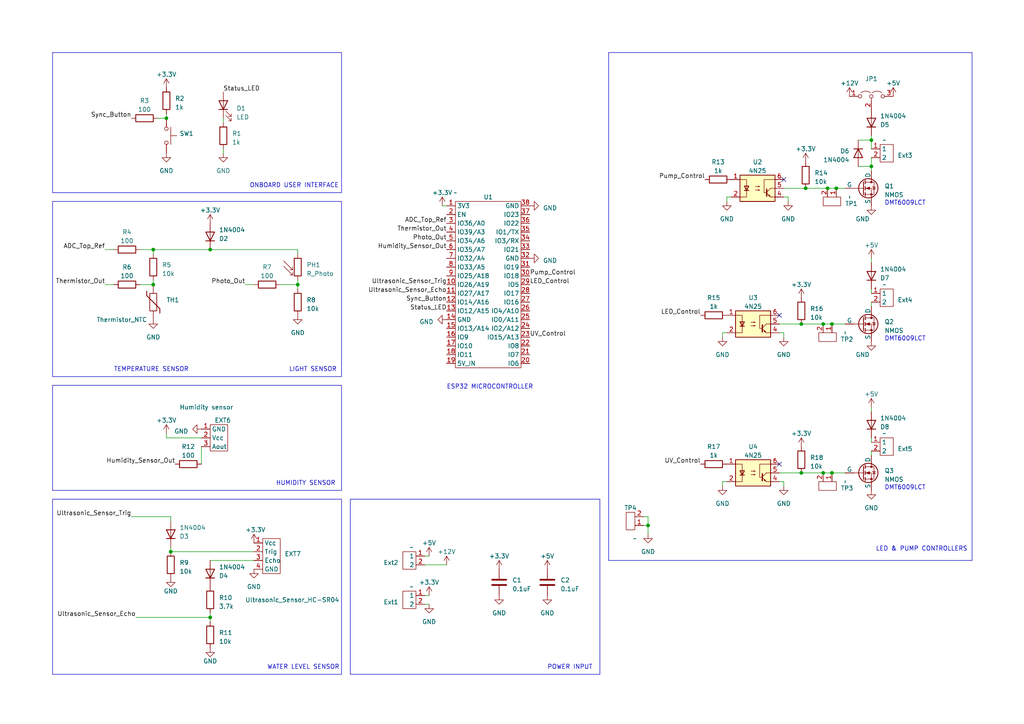
<source format=kicad_sch>
(kicad_sch (version 20230121) (generator eeschema)

  (uuid 4f7dd67f-7168-46a5-b24e-4372701a3a77)

  (paper "A4")

  (title_block
    (title "EPOT COMMAND MODULE")
    (date "2023-03-30")
    (rev "1.0")
    (company "Collège Lionel Groulx  - Arnaud LE COSSEC")
  )

  (lib_symbols
    (symbol "AYNLC_KiCad_Library:ESP32" (in_bom yes) (on_board yes)
      (property "Reference" "U" (at 0 0 0)
        (effects (font (size 1.27 1.27)))
      )
      (property "Value" "" (at 0 0 0)
        (effects (font (size 1.27 1.27)))
      )
      (property "Footprint" "AYNLC_KiCad_Library:ESP32_38P" (at 0 0 0)
        (effects (font (size 1.27 1.27)) hide)
      )
      (property "Datasheet" "" (at 0 0 0)
        (effects (font (size 1.27 1.27)) hide)
      )
      (symbol "ESP32_0_1"
        (rectangle (start 0 -2.54) (end 19.05 -50.8)
          (stroke (width 0) (type default))
          (fill (type none))
        )
      )
      (symbol "ESP32_1_0"
        (pin passive line (at -2.54 -26.67 0) (length 2.54)
          (name "IO26/A19" (effects (font (size 1.27 1.27))))
          (number "10" (effects (font (size 1.27 1.27))))
        )
        (pin passive line (at -2.54 -29.21 0) (length 2.54)
          (name "IO27/A17" (effects (font (size 1.27 1.27))))
          (number "11" (effects (font (size 1.27 1.27))))
        )
        (pin passive line (at -2.54 -31.75 0) (length 2.54)
          (name "IO14/A16" (effects (font (size 1.27 1.27))))
          (number "12" (effects (font (size 1.27 1.27))))
        )
        (pin passive line (at -2.54 -34.29 0) (length 2.54)
          (name "IO12/A15" (effects (font (size 1.27 1.27))))
          (number "13" (effects (font (size 1.27 1.27))))
        )
        (pin passive line (at -2.54 -36.83 0) (length 2.54)
          (name "GND" (effects (font (size 1.27 1.27))))
          (number "14" (effects (font (size 1.27 1.27))))
        )
        (pin passive line (at -2.54 -39.37 0) (length 2.54)
          (name "IO13/A14" (effects (font (size 1.27 1.27))))
          (number "15" (effects (font (size 1.27 1.27))))
        )
        (pin passive line (at -2.54 -41.91 0) (length 2.54)
          (name "IO9" (effects (font (size 1.27 1.27))))
          (number "16" (effects (font (size 1.27 1.27))))
        )
        (pin passive line (at -2.54 -44.45 0) (length 2.54)
          (name "IO10" (effects (font (size 1.27 1.27))))
          (number "17" (effects (font (size 1.27 1.27))))
        )
        (pin passive line (at -2.54 -46.99 0) (length 2.54)
          (name "IO11" (effects (font (size 1.27 1.27))))
          (number "18" (effects (font (size 1.27 1.27))))
        )
        (pin passive line (at -2.54 -49.53 0) (length 2.54)
          (name "5V_IN" (effects (font (size 1.27 1.27))))
          (number "19" (effects (font (size 1.27 1.27))))
        )
        (pin passive line (at 21.59 -49.53 180) (length 2.54)
          (name "IO6" (effects (font (size 1.27 1.27))))
          (number "20" (effects (font (size 1.27 1.27))))
        )
        (pin passive line (at 21.59 -46.99 180) (length 2.54)
          (name "IO7" (effects (font (size 1.27 1.27))))
          (number "21" (effects (font (size 1.27 1.27))))
        )
        (pin passive line (at 21.59 -44.45 180) (length 2.54)
          (name "IO8" (effects (font (size 1.27 1.27))))
          (number "22" (effects (font (size 1.27 1.27))))
        )
        (pin passive line (at 21.59 -41.91 180) (length 2.54)
          (name "IO15/A13" (effects (font (size 1.27 1.27))))
          (number "23" (effects (font (size 1.27 1.27))))
        )
        (pin passive line (at 21.59 -39.37 180) (length 2.54)
          (name "IO2/A12" (effects (font (size 1.27 1.27))))
          (number "24" (effects (font (size 1.27 1.27))))
        )
        (pin passive line (at 21.59 -36.83 180) (length 2.54)
          (name "IO0/A11" (effects (font (size 1.27 1.27))))
          (number "25" (effects (font (size 1.27 1.27))))
        )
        (pin passive line (at 21.59 -34.29 180) (length 2.54)
          (name "IO4/A10" (effects (font (size 1.27 1.27))))
          (number "26" (effects (font (size 1.27 1.27))))
        )
        (pin passive line (at 21.59 -31.75 180) (length 2.54)
          (name "IO16" (effects (font (size 1.27 1.27))))
          (number "27" (effects (font (size 1.27 1.27))))
        )
        (pin passive line (at 21.59 -29.21 180) (length 2.54)
          (name "IO17" (effects (font (size 1.27 1.27))))
          (number "28" (effects (font (size 1.27 1.27))))
        )
        (pin passive line (at 21.59 -26.67 180) (length 2.54)
          (name "IO5" (effects (font (size 1.27 1.27))))
          (number "29" (effects (font (size 1.27 1.27))))
        )
        (pin passive line (at -2.54 -8.89 0) (length 2.54)
          (name "IO36/A0" (effects (font (size 1.27 1.27))))
          (number "3" (effects (font (size 1.27 1.27))))
        )
        (pin passive line (at 21.59 -24.13 180) (length 2.54)
          (name "IO18" (effects (font (size 1.27 1.27))))
          (number "30" (effects (font (size 1.27 1.27))))
        )
        (pin passive line (at 21.59 -21.59 180) (length 2.54)
          (name "IO19" (effects (font (size 1.27 1.27))))
          (number "31" (effects (font (size 1.27 1.27))))
        )
        (pin passive line (at 21.59 -19.05 180) (length 2.54)
          (name "GND" (effects (font (size 1.27 1.27))))
          (number "32" (effects (font (size 1.27 1.27))))
        )
        (pin passive line (at 21.59 -16.51 180) (length 2.54)
          (name "IO21" (effects (font (size 1.27 1.27))))
          (number "33" (effects (font (size 1.27 1.27))))
        )
        (pin passive line (at 21.59 -13.97 180) (length 2.54)
          (name "IO3/RX" (effects (font (size 1.27 1.27))))
          (number "34" (effects (font (size 1.27 1.27))))
        )
        (pin passive line (at 21.59 -11.43 180) (length 2.54)
          (name "IO1/TX" (effects (font (size 1.27 1.27))))
          (number "35" (effects (font (size 1.27 1.27))))
        )
        (pin passive line (at 21.59 -8.89 180) (length 2.54)
          (name "IO22" (effects (font (size 1.27 1.27))))
          (number "36" (effects (font (size 1.27 1.27))))
        )
        (pin passive line (at 21.59 -6.35 180) (length 2.54)
          (name "IO23" (effects (font (size 1.27 1.27))))
          (number "37" (effects (font (size 1.27 1.27))))
        )
        (pin passive line (at 21.59 -3.81 180) (length 2.54)
          (name "GND" (effects (font (size 1.27 1.27))))
          (number "38" (effects (font (size 1.27 1.27))))
        )
        (pin passive line (at -2.54 -11.43 0) (length 2.54)
          (name "IO39/A3" (effects (font (size 1.27 1.27))))
          (number "4" (effects (font (size 1.27 1.27))))
        )
        (pin passive line (at -2.54 -13.97 0) (length 2.54)
          (name "IO34/A6" (effects (font (size 1.27 1.27))))
          (number "5" (effects (font (size 1.27 1.27))))
        )
        (pin passive line (at -2.54 -16.51 0) (length 2.54)
          (name "IO35/A7" (effects (font (size 1.27 1.27))))
          (number "6" (effects (font (size 1.27 1.27))))
        )
        (pin passive line (at -2.54 -19.05 0) (length 2.54)
          (name "IO32/A4" (effects (font (size 1.27 1.27))))
          (number "7" (effects (font (size 1.27 1.27))))
        )
        (pin passive line (at -2.54 -21.59 0) (length 2.54)
          (name "IO33/A5" (effects (font (size 1.27 1.27))))
          (number "8" (effects (font (size 1.27 1.27))))
        )
        (pin passive line (at -2.54 -24.13 0) (length 2.54)
          (name "IO25/A18" (effects (font (size 1.27 1.27))))
          (number "9" (effects (font (size 1.27 1.27))))
        )
      )
      (symbol "ESP32_1_1"
        (pin power_in line (at -2.54 -3.81 0) (length 2.54)
          (name "3V3" (effects (font (size 1.27 1.27))))
          (number "1" (effects (font (size 1.27 1.27))))
        )
        (pin passive line (at -2.54 -6.35 0) (length 2.54)
          (name "EN" (effects (font (size 1.27 1.27))))
          (number "2" (effects (font (size 1.27 1.27))))
        )
      )
    )
    (symbol "AYNLC_KiCad_Library:Humidity sensor" (in_bom yes) (on_board yes)
      (property "Reference" "EXT" (at 0 0 0)
        (effects (font (size 1.27 1.27)))
      )
      (property "Value" "Humidity sensor" (at 0 0 0)
        (effects (font (size 1.27 1.27)))
      )
      (property "Footprint" "AYNLC_KiCad_Library:Header_3P_2.54" (at 0 0 0)
        (effects (font (size 1.27 1.27)) hide)
      )
      (property "Datasheet" "" (at 0 0 0)
        (effects (font (size 1.27 1.27)) hide)
      )
      (symbol "Humidity sensor_0_1"
        (rectangle (start 1.27 -1.27) (end 6.35 -8.89)
          (stroke (width 0) (type default))
          (fill (type none))
        )
      )
      (symbol "Humidity sensor_1_1"
        (pin passive line (at -1.27 -2.54 0) (length 2.54)
          (name "GND" (effects (font (size 1.27 1.27))))
          (number "1" (effects (font (size 1.27 1.27))))
        )
        (pin passive line (at -1.27 -5.08 0) (length 2.54)
          (name "Vcc" (effects (font (size 1.27 1.27))))
          (number "2" (effects (font (size 1.27 1.27))))
        )
        (pin passive line (at -1.27 -7.62 0) (length 2.54)
          (name "Aout" (effects (font (size 1.27 1.27))))
          (number "3" (effects (font (size 1.27 1.27))))
        )
      )
    )
    (symbol "AYNLC_KiCad_Library:NMOS" (pin_numbers hide) (pin_names (offset 0)) (in_bom yes) (on_board yes)
      (property "Reference" "Q" (at 5.08 1.27 0)
        (effects (font (size 1.27 1.27)) (justify left))
      )
      (property "Value" "NMOS" (at 5.08 -1.27 0)
        (effects (font (size 1.27 1.27)) (justify left))
      )
      (property "Footprint" "AYNLC_KiCad_Library:TO220" (at 5.08 2.54 0)
        (effects (font (size 1.27 1.27)) hide)
      )
      (property "Datasheet" "https://www.diodes.com/assets/Datasheets/DMT6009LCT.pdf" (at 0 -12.7 0)
        (effects (font (size 1.27 1.27)) hide)
      )
      (property "Sim.Device" "NMOS" (at 0 -17.145 0)
        (effects (font (size 1.27 1.27)) hide)
      )
      (property "Sim.Type" "VDMOS" (at 0 -19.05 0)
        (effects (font (size 1.27 1.27)) hide)
      )
      (property "Sim.Pins" "1=G 2=D 3=S" (at 0 -15.24 0)
        (effects (font (size 1.27 1.27)) hide)
      )
      (property "ki_keywords" "transistor NMOS N-MOS N-MOSFET simulation" (at 0 0 0)
        (effects (font (size 1.27 1.27)) hide)
      )
      (property "ki_description" "N-MOSFET transistor, drain/source/gate" (at 0 0 0)
        (effects (font (size 1.27 1.27)) hide)
      )
      (symbol "NMOS_0_1"
        (polyline
          (pts
            (xy 0.254 0)
            (xy -2.54 0)
          )
          (stroke (width 0) (type default))
          (fill (type none))
        )
        (polyline
          (pts
            (xy 0.254 1.905)
            (xy 0.254 -1.905)
          )
          (stroke (width 0.254) (type default))
          (fill (type none))
        )
        (polyline
          (pts
            (xy 0.762 -1.27)
            (xy 0.762 -2.286)
          )
          (stroke (width 0.254) (type default))
          (fill (type none))
        )
        (polyline
          (pts
            (xy 0.762 0.508)
            (xy 0.762 -0.508)
          )
          (stroke (width 0.254) (type default))
          (fill (type none))
        )
        (polyline
          (pts
            (xy 0.762 2.286)
            (xy 0.762 1.27)
          )
          (stroke (width 0.254) (type default))
          (fill (type none))
        )
        (polyline
          (pts
            (xy 2.54 2.54)
            (xy 2.54 1.778)
          )
          (stroke (width 0) (type default))
          (fill (type none))
        )
        (polyline
          (pts
            (xy 2.54 -2.54)
            (xy 2.54 0)
            (xy 0.762 0)
          )
          (stroke (width 0) (type default))
          (fill (type none))
        )
        (polyline
          (pts
            (xy 0.762 -1.778)
            (xy 3.302 -1.778)
            (xy 3.302 1.778)
            (xy 0.762 1.778)
          )
          (stroke (width 0) (type default))
          (fill (type none))
        )
        (polyline
          (pts
            (xy 1.016 0)
            (xy 2.032 0.381)
            (xy 2.032 -0.381)
            (xy 1.016 0)
          )
          (stroke (width 0) (type default))
          (fill (type outline))
        )
        (polyline
          (pts
            (xy 2.794 0.508)
            (xy 2.921 0.381)
            (xy 3.683 0.381)
            (xy 3.81 0.254)
          )
          (stroke (width 0) (type default))
          (fill (type none))
        )
        (polyline
          (pts
            (xy 3.302 0.381)
            (xy 2.921 -0.254)
            (xy 3.683 -0.254)
            (xy 3.302 0.381)
          )
          (stroke (width 0) (type default))
          (fill (type none))
        )
        (circle (center 1.651 0) (radius 2.794)
          (stroke (width 0.254) (type default))
          (fill (type none))
        )
        (circle (center 2.54 -1.778) (radius 0.254)
          (stroke (width 0) (type default))
          (fill (type outline))
        )
        (circle (center 2.54 1.778) (radius 0.254)
          (stroke (width 0) (type default))
          (fill (type outline))
        )
      )
      (symbol "NMOS_1_1"
        (pin input line (at -5.08 0 0) (length 2.54)
          (name "G" (effects (font (size 1.27 1.27))))
          (number "1" (effects (font (size 1.27 1.27))))
        )
        (pin passive line (at 2.54 5.08 270) (length 2.54)
          (name "D" (effects (font (size 1.27 1.27))))
          (number "2" (effects (font (size 1.27 1.27))))
        )
        (pin passive line (at 2.54 -5.08 90) (length 2.54)
          (name "S" (effects (font (size 1.27 1.27))))
          (number "3" (effects (font (size 1.27 1.27))))
        )
      )
    )
    (symbol "AYNLC_KiCad_Library:TERMINAL_BLOCK_2PINS" (in_bom yes) (on_board yes)
      (property "Reference" "Ext" (at 0 0 0)
        (effects (font (size 1.27 1.27)))
      )
      (property "Value" "" (at 0 0 0)
        (effects (font (size 1.27 1.27)))
      )
      (property "Footprint" "AYNLC_KiCad_Library:TERMINAL BLOCK 2PINS" (at 0 0 0)
        (effects (font (size 1.27 1.27)) hide)
      )
      (property "Datasheet" "https://www.we-online.com/components/products/datasheet/691137710002.pdf" (at 0 0 0)
        (effects (font (size 1.27 1.27)) hide)
      )
      (symbol "TERMINAL_BLOCK_2PINS_0_1"
        (rectangle (start -1.27 -1.27) (end 2.54 -6.35)
          (stroke (width 0) (type default))
          (fill (type none))
        )
      )
      (symbol "TERMINAL_BLOCK_2PINS_1_1"
        (pin passive line (at -3.81 -2.54 0) (length 2.54)
          (name "1" (effects (font (size 1.27 1.27))))
          (number "1" (effects (font (size 1.27 1.27))))
        )
        (pin passive line (at -3.81 -5.08 0) (length 2.54)
          (name "2" (effects (font (size 1.27 1.27))))
          (number "2" (effects (font (size 1.27 1.27))))
        )
      )
    )
    (symbol "AYNLC_KiCad_Library:Test_Point" (in_bom yes) (on_board yes)
      (property "Reference" "TP" (at 0 0 0)
        (effects (font (size 1.27 1.27)))
      )
      (property "Value" "" (at 0 0 0)
        (effects (font (size 1.27 1.27)))
      )
      (property "Footprint" "AYNLC_KiCad_Library:Header_2P_2.54" (at 0 0 0)
        (effects (font (size 1.27 1.27)) hide)
      )
      (property "Datasheet" "" (at 0 0 0)
        (effects (font (size 1.27 1.27)) hide)
      )
      (symbol "Test_Point_0_1"
        (rectangle (start 0 -2.54) (end 2.54 -7.62)
          (stroke (width 0) (type default))
          (fill (type none))
        )
      )
      (symbol "Test_Point_1_1"
        (pin passive line (at -2.54 -3.81 0) (length 2.54)
          (name "" (effects (font (size 1.27 1.27))))
          (number "1" (effects (font (size 1.27 1.27))))
        )
        (pin passive line (at -2.54 -6.35 0) (length 2.54)
          (name "" (effects (font (size 1.27 1.27))))
          (number "2" (effects (font (size 1.27 1.27))))
        )
      )
    )
    (symbol "AYNLC_KiCad_Library:Ultrasonic_Sensor_HC-SR04" (in_bom yes) (on_board yes)
      (property "Reference" "U" (at 0 0 0)
        (effects (font (size 1.27 1.27)))
      )
      (property "Value" "Ultrasonic_Sensor_HC-SR04" (at 0 0 0)
        (effects (font (size 1.27 1.27)))
      )
      (property "Footprint" "AYNLC_KiCad_Library:Header_4P_2.54" (at 0 0 0)
        (effects (font (size 1.27 1.27)) hide)
      )
      (property "Datasheet" "https://datasheetspdf.com/pdf-file/1380137/HandsOn/HC-SR04/1" (at 0 0 0)
        (effects (font (size 1.27 1.27)) hide)
      )
      (symbol "Ultrasonic_Sensor_HC-SR04_0_1"
        (rectangle (start 1.27 -2.54) (end 6.35 -12.7)
          (stroke (width 0) (type default))
          (fill (type none))
        )
      )
      (symbol "Ultrasonic_Sensor_HC-SR04_1_1"
        (pin passive line (at -1.27 -3.81 0) (length 2.54)
          (name "Vcc" (effects (font (size 1.27 1.27))))
          (number "1" (effects (font (size 1.27 1.27))))
        )
        (pin passive line (at -1.27 -6.35 0) (length 2.54)
          (name "Trig" (effects (font (size 1.27 1.27))))
          (number "2" (effects (font (size 1.27 1.27))))
        )
        (pin passive line (at -1.27 -8.89 0) (length 2.54)
          (name "Echo" (effects (font (size 1.27 1.27))))
          (number "3" (effects (font (size 1.27 1.27))))
        )
        (pin passive line (at -1.27 -11.43 0) (length 2.54)
          (name "GND" (effects (font (size 1.27 1.27))))
          (number "4" (effects (font (size 1.27 1.27))))
        )
      )
    )
    (symbol "Device:C" (pin_numbers hide) (pin_names (offset 0.254)) (in_bom yes) (on_board yes)
      (property "Reference" "C" (at 0.635 2.54 0)
        (effects (font (size 1.27 1.27)) (justify left))
      )
      (property "Value" "C" (at 0.635 -2.54 0)
        (effects (font (size 1.27 1.27)) (justify left))
      )
      (property "Footprint" "" (at 0.9652 -3.81 0)
        (effects (font (size 1.27 1.27)) hide)
      )
      (property "Datasheet" "~" (at 0 0 0)
        (effects (font (size 1.27 1.27)) hide)
      )
      (property "ki_keywords" "cap capacitor" (at 0 0 0)
        (effects (font (size 1.27 1.27)) hide)
      )
      (property "ki_description" "Unpolarized capacitor" (at 0 0 0)
        (effects (font (size 1.27 1.27)) hide)
      )
      (property "ki_fp_filters" "C_*" (at 0 0 0)
        (effects (font (size 1.27 1.27)) hide)
      )
      (symbol "C_0_1"
        (polyline
          (pts
            (xy -2.032 -0.762)
            (xy 2.032 -0.762)
          )
          (stroke (width 0.508) (type default))
          (fill (type none))
        )
        (polyline
          (pts
            (xy -2.032 0.762)
            (xy 2.032 0.762)
          )
          (stroke (width 0.508) (type default))
          (fill (type none))
        )
      )
      (symbol "C_1_1"
        (pin passive line (at 0 3.81 270) (length 2.794)
          (name "~" (effects (font (size 1.27 1.27))))
          (number "1" (effects (font (size 1.27 1.27))))
        )
        (pin passive line (at 0 -3.81 90) (length 2.794)
          (name "~" (effects (font (size 1.27 1.27))))
          (number "2" (effects (font (size 1.27 1.27))))
        )
      )
    )
    (symbol "Device:LED" (pin_numbers hide) (pin_names (offset 1.016) hide) (in_bom yes) (on_board yes)
      (property "Reference" "D" (at 0 2.54 0)
        (effects (font (size 1.27 1.27)))
      )
      (property "Value" "LED" (at 0 -2.54 0)
        (effects (font (size 1.27 1.27)))
      )
      (property "Footprint" "" (at 0 0 0)
        (effects (font (size 1.27 1.27)) hide)
      )
      (property "Datasheet" "~" (at 0 0 0)
        (effects (font (size 1.27 1.27)) hide)
      )
      (property "ki_keywords" "LED diode" (at 0 0 0)
        (effects (font (size 1.27 1.27)) hide)
      )
      (property "ki_description" "Light emitting diode" (at 0 0 0)
        (effects (font (size 1.27 1.27)) hide)
      )
      (property "ki_fp_filters" "LED* LED_SMD:* LED_THT:*" (at 0 0 0)
        (effects (font (size 1.27 1.27)) hide)
      )
      (symbol "LED_0_1"
        (polyline
          (pts
            (xy -1.27 -1.27)
            (xy -1.27 1.27)
          )
          (stroke (width 0.254) (type default))
          (fill (type none))
        )
        (polyline
          (pts
            (xy -1.27 0)
            (xy 1.27 0)
          )
          (stroke (width 0) (type default))
          (fill (type none))
        )
        (polyline
          (pts
            (xy 1.27 -1.27)
            (xy 1.27 1.27)
            (xy -1.27 0)
            (xy 1.27 -1.27)
          )
          (stroke (width 0.254) (type default))
          (fill (type none))
        )
        (polyline
          (pts
            (xy -3.048 -0.762)
            (xy -4.572 -2.286)
            (xy -3.81 -2.286)
            (xy -4.572 -2.286)
            (xy -4.572 -1.524)
          )
          (stroke (width 0) (type default))
          (fill (type none))
        )
        (polyline
          (pts
            (xy -1.778 -0.762)
            (xy -3.302 -2.286)
            (xy -2.54 -2.286)
            (xy -3.302 -2.286)
            (xy -3.302 -1.524)
          )
          (stroke (width 0) (type default))
          (fill (type none))
        )
      )
      (symbol "LED_1_1"
        (pin passive line (at -3.81 0 0) (length 2.54)
          (name "K" (effects (font (size 1.27 1.27))))
          (number "1" (effects (font (size 1.27 1.27))))
        )
        (pin passive line (at 3.81 0 180) (length 2.54)
          (name "A" (effects (font (size 1.27 1.27))))
          (number "2" (effects (font (size 1.27 1.27))))
        )
      )
    )
    (symbol "Device:R" (pin_numbers hide) (pin_names (offset 0)) (in_bom yes) (on_board yes)
      (property "Reference" "R" (at 2.032 0 90)
        (effects (font (size 1.27 1.27)))
      )
      (property "Value" "R" (at 0 0 90)
        (effects (font (size 1.27 1.27)))
      )
      (property "Footprint" "" (at -1.778 0 90)
        (effects (font (size 1.27 1.27)) hide)
      )
      (property "Datasheet" "~" (at 0 0 0)
        (effects (font (size 1.27 1.27)) hide)
      )
      (property "ki_keywords" "R res resistor" (at 0 0 0)
        (effects (font (size 1.27 1.27)) hide)
      )
      (property "ki_description" "Resistor" (at 0 0 0)
        (effects (font (size 1.27 1.27)) hide)
      )
      (property "ki_fp_filters" "R_*" (at 0 0 0)
        (effects (font (size 1.27 1.27)) hide)
      )
      (symbol "R_0_1"
        (rectangle (start -1.016 -2.54) (end 1.016 2.54)
          (stroke (width 0.254) (type default))
          (fill (type none))
        )
      )
      (symbol "R_1_1"
        (pin passive line (at 0 3.81 270) (length 1.27)
          (name "~" (effects (font (size 1.27 1.27))))
          (number "1" (effects (font (size 1.27 1.27))))
        )
        (pin passive line (at 0 -3.81 90) (length 1.27)
          (name "~" (effects (font (size 1.27 1.27))))
          (number "2" (effects (font (size 1.27 1.27))))
        )
      )
    )
    (symbol "Device:R_Photo" (pin_numbers hide) (pin_names (offset 0)) (in_bom yes) (on_board yes)
      (property "Reference" "R" (at 1.27 1.27 0)
        (effects (font (size 1.27 1.27)) (justify left))
      )
      (property "Value" "R_Photo" (at 1.27 0 0)
        (effects (font (size 1.27 1.27)) (justify left top))
      )
      (property "Footprint" "" (at 1.27 -6.35 90)
        (effects (font (size 1.27 1.27)) (justify left) hide)
      )
      (property "Datasheet" "~" (at 0 -1.27 0)
        (effects (font (size 1.27 1.27)) hide)
      )
      (property "ki_keywords" "resistor variable light sensitive opto LDR" (at 0 0 0)
        (effects (font (size 1.27 1.27)) hide)
      )
      (property "ki_description" "Photoresistor" (at 0 0 0)
        (effects (font (size 1.27 1.27)) hide)
      )
      (property "ki_fp_filters" "*LDR* R?LDR*" (at 0 0 0)
        (effects (font (size 1.27 1.27)) hide)
      )
      (symbol "R_Photo_0_1"
        (rectangle (start -1.016 2.54) (end 1.016 -2.54)
          (stroke (width 0.254) (type default))
          (fill (type none))
        )
        (polyline
          (pts
            (xy -1.524 -2.286)
            (xy -4.064 0.254)
          )
          (stroke (width 0) (type default))
          (fill (type none))
        )
        (polyline
          (pts
            (xy -1.524 -2.286)
            (xy -2.286 -2.286)
          )
          (stroke (width 0) (type default))
          (fill (type none))
        )
        (polyline
          (pts
            (xy -1.524 -2.286)
            (xy -1.524 -1.524)
          )
          (stroke (width 0) (type default))
          (fill (type none))
        )
        (polyline
          (pts
            (xy -1.524 -0.762)
            (xy -4.064 1.778)
          )
          (stroke (width 0) (type default))
          (fill (type none))
        )
        (polyline
          (pts
            (xy -1.524 -0.762)
            (xy -2.286 -0.762)
          )
          (stroke (width 0) (type default))
          (fill (type none))
        )
        (polyline
          (pts
            (xy -1.524 -0.762)
            (xy -1.524 0)
          )
          (stroke (width 0) (type default))
          (fill (type none))
        )
      )
      (symbol "R_Photo_1_1"
        (pin passive line (at 0 3.81 270) (length 1.27)
          (name "~" (effects (font (size 1.27 1.27))))
          (number "1" (effects (font (size 1.27 1.27))))
        )
        (pin passive line (at 0 -3.81 90) (length 1.27)
          (name "~" (effects (font (size 1.27 1.27))))
          (number "2" (effects (font (size 1.27 1.27))))
        )
      )
    )
    (symbol "Device:Thermistor" (pin_numbers hide) (pin_names (offset 0)) (in_bom yes) (on_board yes)
      (property "Reference" "TH" (at 2.54 1.27 90)
        (effects (font (size 1.27 1.27)))
      )
      (property "Value" "Thermistor" (at -2.54 0 90)
        (effects (font (size 1.27 1.27)) (justify bottom))
      )
      (property "Footprint" "" (at 0 0 0)
        (effects (font (size 1.27 1.27)) hide)
      )
      (property "Datasheet" "~" (at 0 0 0)
        (effects (font (size 1.27 1.27)) hide)
      )
      (property "ki_keywords" "R res thermistor" (at 0 0 0)
        (effects (font (size 1.27 1.27)) hide)
      )
      (property "ki_description" "Temperature dependent resistor" (at 0 0 0)
        (effects (font (size 1.27 1.27)) hide)
      )
      (property "ki_fp_filters" "R_*" (at 0 0 0)
        (effects (font (size 1.27 1.27)) hide)
      )
      (symbol "Thermistor_0_1"
        (rectangle (start -1.016 2.54) (end 1.016 -2.54)
          (stroke (width 0.2032) (type default))
          (fill (type none))
        )
        (polyline
          (pts
            (xy -1.905 3.175)
            (xy -1.905 1.905)
            (xy 1.905 -1.905)
            (xy 1.905 -3.175)
            (xy 1.905 -3.175)
          )
          (stroke (width 0.254) (type default))
          (fill (type none))
        )
      )
      (symbol "Thermistor_1_1"
        (pin passive line (at 0 5.08 270) (length 2.54)
          (name "~" (effects (font (size 1.27 1.27))))
          (number "1" (effects (font (size 1.27 1.27))))
        )
        (pin passive line (at 0 -5.08 90) (length 2.54)
          (name "~" (effects (font (size 1.27 1.27))))
          (number "2" (effects (font (size 1.27 1.27))))
        )
      )
    )
    (symbol "Diode:1N4004" (pin_numbers hide) (pin_names hide) (in_bom yes) (on_board yes)
      (property "Reference" "D" (at 0 2.54 0)
        (effects (font (size 1.27 1.27)))
      )
      (property "Value" "1N4004" (at 0 -2.54 0)
        (effects (font (size 1.27 1.27)))
      )
      (property "Footprint" "Diode_THT:D_DO-41_SOD81_P10.16mm_Horizontal" (at 0 -4.445 0)
        (effects (font (size 1.27 1.27)) hide)
      )
      (property "Datasheet" "http://www.vishay.com/docs/88503/1n4001.pdf" (at 0 0 0)
        (effects (font (size 1.27 1.27)) hide)
      )
      (property "Sim.Device" "D" (at 0 0 0)
        (effects (font (size 1.27 1.27)) hide)
      )
      (property "Sim.Pins" "1=K 2=A" (at 0 0 0)
        (effects (font (size 1.27 1.27)) hide)
      )
      (property "ki_keywords" "diode" (at 0 0 0)
        (effects (font (size 1.27 1.27)) hide)
      )
      (property "ki_description" "400V 1A General Purpose Rectifier Diode, DO-41" (at 0 0 0)
        (effects (font (size 1.27 1.27)) hide)
      )
      (property "ki_fp_filters" "D*DO?41*" (at 0 0 0)
        (effects (font (size 1.27 1.27)) hide)
      )
      (symbol "1N4004_0_1"
        (polyline
          (pts
            (xy -1.27 1.27)
            (xy -1.27 -1.27)
          )
          (stroke (width 0.254) (type default))
          (fill (type none))
        )
        (polyline
          (pts
            (xy 1.27 0)
            (xy -1.27 0)
          )
          (stroke (width 0) (type default))
          (fill (type none))
        )
        (polyline
          (pts
            (xy 1.27 1.27)
            (xy 1.27 -1.27)
            (xy -1.27 0)
            (xy 1.27 1.27)
          )
          (stroke (width 0.254) (type default))
          (fill (type none))
        )
      )
      (symbol "1N4004_1_1"
        (pin passive line (at -3.81 0 0) (length 2.54)
          (name "K" (effects (font (size 1.27 1.27))))
          (number "1" (effects (font (size 1.27 1.27))))
        )
        (pin passive line (at 3.81 0 180) (length 2.54)
          (name "A" (effects (font (size 1.27 1.27))))
          (number "2" (effects (font (size 1.27 1.27))))
        )
      )
    )
    (symbol "Isolator:4N25" (pin_names (offset 1.016)) (in_bom yes) (on_board yes)
      (property "Reference" "U" (at -5.08 5.08 0)
        (effects (font (size 1.27 1.27)) (justify left))
      )
      (property "Value" "4N25" (at 0 5.08 0)
        (effects (font (size 1.27 1.27)) (justify left))
      )
      (property "Footprint" "Package_DIP:DIP-6_W7.62mm" (at -5.08 -5.08 0)
        (effects (font (size 1.27 1.27) italic) (justify left) hide)
      )
      (property "Datasheet" "https://www.vishay.com/docs/83725/4n25.pdf" (at 0 0 0)
        (effects (font (size 1.27 1.27)) (justify left) hide)
      )
      (property "ki_keywords" "NPN DC Optocoupler Base Connected" (at 0 0 0)
        (effects (font (size 1.27 1.27)) hide)
      )
      (property "ki_description" "DC Optocoupler Base Connected, Vce 30V, CTR 20%, Viso 2500V, DIP6" (at 0 0 0)
        (effects (font (size 1.27 1.27)) hide)
      )
      (property "ki_fp_filters" "DIP*W7.62mm*" (at 0 0 0)
        (effects (font (size 1.27 1.27)) hide)
      )
      (symbol "4N25_0_1"
        (rectangle (start -5.08 3.81) (end 5.08 -3.81)
          (stroke (width 0.254) (type default))
          (fill (type background))
        )
        (polyline
          (pts
            (xy -3.81 -0.635)
            (xy -2.54 -0.635)
          )
          (stroke (width 0.254) (type default))
          (fill (type none))
        )
        (polyline
          (pts
            (xy 2.667 -1.397)
            (xy 3.81 -2.54)
          )
          (stroke (width 0) (type default))
          (fill (type none))
        )
        (polyline
          (pts
            (xy 2.667 -1.143)
            (xy 3.81 0)
          )
          (stroke (width 0) (type default))
          (fill (type none))
        )
        (polyline
          (pts
            (xy 3.81 -2.54)
            (xy 5.08 -2.54)
          )
          (stroke (width 0) (type default))
          (fill (type none))
        )
        (polyline
          (pts
            (xy 3.81 0)
            (xy 5.08 0)
          )
          (stroke (width 0) (type default))
          (fill (type none))
        )
        (polyline
          (pts
            (xy 2.667 -0.254)
            (xy 2.667 -2.286)
            (xy 2.667 -2.286)
          )
          (stroke (width 0.3556) (type default))
          (fill (type none))
        )
        (polyline
          (pts
            (xy -5.08 -2.54)
            (xy -3.175 -2.54)
            (xy -3.175 2.54)
            (xy -5.08 2.54)
          )
          (stroke (width 0) (type default))
          (fill (type none))
        )
        (polyline
          (pts
            (xy -3.175 -0.635)
            (xy -3.81 0.635)
            (xy -2.54 0.635)
            (xy -3.175 -0.635)
          )
          (stroke (width 0.254) (type default))
          (fill (type none))
        )
        (polyline
          (pts
            (xy 3.683 -2.413)
            (xy 3.429 -1.905)
            (xy 3.175 -2.159)
            (xy 3.683 -2.413)
          )
          (stroke (width 0) (type default))
          (fill (type none))
        )
        (polyline
          (pts
            (xy 5.08 2.54)
            (xy 1.905 2.54)
            (xy 1.905 -1.27)
            (xy 2.54 -1.27)
          )
          (stroke (width 0) (type default))
          (fill (type none))
        )
        (polyline
          (pts
            (xy -0.635 -0.508)
            (xy 0.635 -0.508)
            (xy 0.254 -0.635)
            (xy 0.254 -0.381)
            (xy 0.635 -0.508)
          )
          (stroke (width 0) (type default))
          (fill (type none))
        )
        (polyline
          (pts
            (xy -0.635 0.508)
            (xy 0.635 0.508)
            (xy 0.254 0.381)
            (xy 0.254 0.635)
            (xy 0.635 0.508)
          )
          (stroke (width 0) (type default))
          (fill (type none))
        )
      )
      (symbol "4N25_1_1"
        (pin passive line (at -7.62 2.54 0) (length 2.54)
          (name "~" (effects (font (size 1.27 1.27))))
          (number "1" (effects (font (size 1.27 1.27))))
        )
        (pin passive line (at -7.62 -2.54 0) (length 2.54)
          (name "~" (effects (font (size 1.27 1.27))))
          (number "2" (effects (font (size 1.27 1.27))))
        )
        (pin no_connect line (at -5.08 0 0) (length 2.54) hide
          (name "NC" (effects (font (size 1.27 1.27))))
          (number "3" (effects (font (size 1.27 1.27))))
        )
        (pin passive line (at 7.62 -2.54 180) (length 2.54)
          (name "~" (effects (font (size 1.27 1.27))))
          (number "4" (effects (font (size 1.27 1.27))))
        )
        (pin passive line (at 7.62 0 180) (length 2.54)
          (name "~" (effects (font (size 1.27 1.27))))
          (number "5" (effects (font (size 1.27 1.27))))
        )
        (pin passive line (at 7.62 2.54 180) (length 2.54)
          (name "~" (effects (font (size 1.27 1.27))))
          (number "6" (effects (font (size 1.27 1.27))))
        )
      )
    )
    (symbol "Jumper:Jumper_3_Open" (pin_names (offset 0) hide) (in_bom yes) (on_board yes)
      (property "Reference" "JP" (at -2.54 -2.54 0)
        (effects (font (size 1.27 1.27)))
      )
      (property "Value" "Jumper_3_Open" (at 0 2.794 0)
        (effects (font (size 1.27 1.27)))
      )
      (property "Footprint" "" (at 0 0 0)
        (effects (font (size 1.27 1.27)) hide)
      )
      (property "Datasheet" "~" (at 0 0 0)
        (effects (font (size 1.27 1.27)) hide)
      )
      (property "ki_keywords" "Jumper SPDT" (at 0 0 0)
        (effects (font (size 1.27 1.27)) hide)
      )
      (property "ki_description" "Jumper, 3-pole, both open" (at 0 0 0)
        (effects (font (size 1.27 1.27)) hide)
      )
      (property "ki_fp_filters" "Jumper* TestPoint*3Pads* TestPoint*Bridge*" (at 0 0 0)
        (effects (font (size 1.27 1.27)) hide)
      )
      (symbol "Jumper_3_Open_0_0"
        (circle (center -3.302 0) (radius 0.508)
          (stroke (width 0) (type default))
          (fill (type none))
        )
        (circle (center 0 0) (radius 0.508)
          (stroke (width 0) (type default))
          (fill (type none))
        )
        (circle (center 3.302 0) (radius 0.508)
          (stroke (width 0) (type default))
          (fill (type none))
        )
      )
      (symbol "Jumper_3_Open_0_1"
        (arc (start -0.254 1.016) (mid -1.651 1.4992) (end -3.048 1.016)
          (stroke (width 0) (type default))
          (fill (type none))
        )
        (polyline
          (pts
            (xy 0 -0.508)
            (xy 0 -1.27)
          )
          (stroke (width 0) (type default))
          (fill (type none))
        )
        (arc (start 3.048 1.016) (mid 1.651 1.4992) (end 0.254 1.016)
          (stroke (width 0) (type default))
          (fill (type none))
        )
      )
      (symbol "Jumper_3_Open_1_1"
        (pin passive line (at -6.35 0 0) (length 2.54)
          (name "A" (effects (font (size 1.27 1.27))))
          (number "1" (effects (font (size 1.27 1.27))))
        )
        (pin passive line (at 0 -3.81 90) (length 2.54)
          (name "C" (effects (font (size 1.27 1.27))))
          (number "2" (effects (font (size 1.27 1.27))))
        )
        (pin passive line (at 6.35 0 180) (length 2.54)
          (name "B" (effects (font (size 1.27 1.27))))
          (number "3" (effects (font (size 1.27 1.27))))
        )
      )
    )
    (symbol "Switch:SW_MEC_5G" (pin_numbers hide) (pin_names (offset 1.016) hide) (in_bom yes) (on_board yes)
      (property "Reference" "SW" (at 1.27 2.54 0)
        (effects (font (size 1.27 1.27)) (justify left))
      )
      (property "Value" "SW_MEC_5G" (at 0 -1.524 0)
        (effects (font (size 1.27 1.27)))
      )
      (property "Footprint" "" (at 0 5.08 0)
        (effects (font (size 1.27 1.27)) hide)
      )
      (property "Datasheet" "http://www.apem.com/int/index.php?controller=attachment&id_attachment=488" (at 0 5.08 0)
        (effects (font (size 1.27 1.27)) hide)
      )
      (property "ki_keywords" "switch normally-open pushbutton push-button" (at 0 0 0)
        (effects (font (size 1.27 1.27)) hide)
      )
      (property "ki_description" "MEC 5G single pole normally-open tactile switch" (at 0 0 0)
        (effects (font (size 1.27 1.27)) hide)
      )
      (property "ki_fp_filters" "SW*MEC*5G*" (at 0 0 0)
        (effects (font (size 1.27 1.27)) hide)
      )
      (symbol "SW_MEC_5G_0_1"
        (circle (center -2.032 0) (radius 0.508)
          (stroke (width 0) (type default))
          (fill (type none))
        )
        (polyline
          (pts
            (xy 0 1.27)
            (xy 0 3.048)
          )
          (stroke (width 0) (type default))
          (fill (type none))
        )
        (polyline
          (pts
            (xy 2.54 1.27)
            (xy -2.54 1.27)
          )
          (stroke (width 0) (type default))
          (fill (type none))
        )
        (circle (center 2.032 0) (radius 0.508)
          (stroke (width 0) (type default))
          (fill (type none))
        )
        (pin passive line (at -5.08 0 0) (length 2.54)
          (name "A" (effects (font (size 1.27 1.27))))
          (number "1" (effects (font (size 1.27 1.27))))
        )
        (pin passive line (at 5.08 0 180) (length 2.54)
          (name "B" (effects (font (size 1.27 1.27))))
          (number "3" (effects (font (size 1.27 1.27))))
        )
      )
      (symbol "SW_MEC_5G_1_1"
        (pin passive line (at -5.08 0 0) (length 2.54) hide
          (name "A" (effects (font (size 1.27 1.27))))
          (number "2" (effects (font (size 1.27 1.27))))
        )
        (pin passive line (at 5.08 0 180) (length 2.54) hide
          (name "B" (effects (font (size 1.27 1.27))))
          (number "4" (effects (font (size 1.27 1.27))))
        )
      )
    )
    (symbol "power:+12V" (power) (pin_names (offset 0)) (in_bom yes) (on_board yes)
      (property "Reference" "#PWR" (at 0 -3.81 0)
        (effects (font (size 1.27 1.27)) hide)
      )
      (property "Value" "+12V" (at 0 3.556 0)
        (effects (font (size 1.27 1.27)))
      )
      (property "Footprint" "" (at 0 0 0)
        (effects (font (size 1.27 1.27)) hide)
      )
      (property "Datasheet" "" (at 0 0 0)
        (effects (font (size 1.27 1.27)) hide)
      )
      (property "ki_keywords" "global power" (at 0 0 0)
        (effects (font (size 1.27 1.27)) hide)
      )
      (property "ki_description" "Power symbol creates a global label with name \"+12V\"" (at 0 0 0)
        (effects (font (size 1.27 1.27)) hide)
      )
      (symbol "+12V_0_1"
        (polyline
          (pts
            (xy -0.762 1.27)
            (xy 0 2.54)
          )
          (stroke (width 0) (type default))
          (fill (type none))
        )
        (polyline
          (pts
            (xy 0 0)
            (xy 0 2.54)
          )
          (stroke (width 0) (type default))
          (fill (type none))
        )
        (polyline
          (pts
            (xy 0 2.54)
            (xy 0.762 1.27)
          )
          (stroke (width 0) (type default))
          (fill (type none))
        )
      )
      (symbol "+12V_1_1"
        (pin power_in line (at 0 0 90) (length 0) hide
          (name "+12V" (effects (font (size 1.27 1.27))))
          (number "1" (effects (font (size 1.27 1.27))))
        )
      )
    )
    (symbol "power:+3.3V" (power) (pin_names (offset 0)) (in_bom yes) (on_board yes)
      (property "Reference" "#PWR" (at 0 -3.81 0)
        (effects (font (size 1.27 1.27)) hide)
      )
      (property "Value" "+3.3V" (at 0 3.556 0)
        (effects (font (size 1.27 1.27)))
      )
      (property "Footprint" "" (at 0 0 0)
        (effects (font (size 1.27 1.27)) hide)
      )
      (property "Datasheet" "" (at 0 0 0)
        (effects (font (size 1.27 1.27)) hide)
      )
      (property "ki_keywords" "global power" (at 0 0 0)
        (effects (font (size 1.27 1.27)) hide)
      )
      (property "ki_description" "Power symbol creates a global label with name \"+3.3V\"" (at 0 0 0)
        (effects (font (size 1.27 1.27)) hide)
      )
      (symbol "+3.3V_0_1"
        (polyline
          (pts
            (xy -0.762 1.27)
            (xy 0 2.54)
          )
          (stroke (width 0) (type default))
          (fill (type none))
        )
        (polyline
          (pts
            (xy 0 0)
            (xy 0 2.54)
          )
          (stroke (width 0) (type default))
          (fill (type none))
        )
        (polyline
          (pts
            (xy 0 2.54)
            (xy 0.762 1.27)
          )
          (stroke (width 0) (type default))
          (fill (type none))
        )
      )
      (symbol "+3.3V_1_1"
        (pin power_in line (at 0 0 90) (length 0) hide
          (name "+3.3V" (effects (font (size 1.27 1.27))))
          (number "1" (effects (font (size 1.27 1.27))))
        )
      )
    )
    (symbol "power:+5V" (power) (pin_names (offset 0)) (in_bom yes) (on_board yes)
      (property "Reference" "#PWR" (at 0 -3.81 0)
        (effects (font (size 1.27 1.27)) hide)
      )
      (property "Value" "+5V" (at 0 3.556 0)
        (effects (font (size 1.27 1.27)))
      )
      (property "Footprint" "" (at 0 0 0)
        (effects (font (size 1.27 1.27)) hide)
      )
      (property "Datasheet" "" (at 0 0 0)
        (effects (font (size 1.27 1.27)) hide)
      )
      (property "ki_keywords" "global power" (at 0 0 0)
        (effects (font (size 1.27 1.27)) hide)
      )
      (property "ki_description" "Power symbol creates a global label with name \"+5V\"" (at 0 0 0)
        (effects (font (size 1.27 1.27)) hide)
      )
      (symbol "+5V_0_1"
        (polyline
          (pts
            (xy -0.762 1.27)
            (xy 0 2.54)
          )
          (stroke (width 0) (type default))
          (fill (type none))
        )
        (polyline
          (pts
            (xy 0 0)
            (xy 0 2.54)
          )
          (stroke (width 0) (type default))
          (fill (type none))
        )
        (polyline
          (pts
            (xy 0 2.54)
            (xy 0.762 1.27)
          )
          (stroke (width 0) (type default))
          (fill (type none))
        )
      )
      (symbol "+5V_1_1"
        (pin power_in line (at 0 0 90) (length 0) hide
          (name "+5V" (effects (font (size 1.27 1.27))))
          (number "1" (effects (font (size 1.27 1.27))))
        )
      )
    )
    (symbol "power:GND" (power) (pin_names (offset 0)) (in_bom yes) (on_board yes)
      (property "Reference" "#PWR" (at 0 -6.35 0)
        (effects (font (size 1.27 1.27)) hide)
      )
      (property "Value" "GND" (at 0 -3.81 0)
        (effects (font (size 1.27 1.27)))
      )
      (property "Footprint" "" (at 0 0 0)
        (effects (font (size 1.27 1.27)) hide)
      )
      (property "Datasheet" "" (at 0 0 0)
        (effects (font (size 1.27 1.27)) hide)
      )
      (property "ki_keywords" "global power" (at 0 0 0)
        (effects (font (size 1.27 1.27)) hide)
      )
      (property "ki_description" "Power symbol creates a global label with name \"GND\" , ground" (at 0 0 0)
        (effects (font (size 1.27 1.27)) hide)
      )
      (symbol "GND_0_1"
        (polyline
          (pts
            (xy 0 0)
            (xy 0 -1.27)
            (xy 1.27 -1.27)
            (xy 0 -2.54)
            (xy -1.27 -1.27)
            (xy 0 -1.27)
          )
          (stroke (width 0) (type default))
          (fill (type none))
        )
      )
      (symbol "GND_1_1"
        (pin power_in line (at 0 0 270) (length 0) hide
          (name "GND" (effects (font (size 1.27 1.27))))
          (number "1" (effects (font (size 1.27 1.27))))
        )
      )
    )
  )

  (junction (at 60.96 179.07) (diameter 0) (color 0 0 0 0)
    (uuid 0981278e-b3b5-46d3-9719-baf62ca1b1d1)
  )
  (junction (at 252.73 48.26) (diameter 0) (color 0 0 0 0)
    (uuid 107d3ecf-44c5-4d12-b1ea-bd0ab6974246)
  )
  (junction (at 240.03 54.61) (diameter 0) (color 0 0 0 0)
    (uuid 3bf5cdbf-ad4a-44d6-951f-c7a7a77d7a72)
  )
  (junction (at 232.41 93.98) (diameter 0) (color 0 0 0 0)
    (uuid 3eb73285-4112-4b84-820a-e4241431db48)
  )
  (junction (at 187.96 152.4) (diameter 0) (color 0 0 0 0)
    (uuid 63a63289-1459-45cb-aa39-5df83adcd20b)
  )
  (junction (at 44.45 72.39) (diameter 0) (color 0 0 0 0)
    (uuid 6633d779-ffe1-4587-8c06-5d891e2cf788)
  )
  (junction (at 242.57 54.61) (diameter 0) (color 0 0 0 0)
    (uuid 67021340-a66d-410f-9fe0-63f005e55f92)
  )
  (junction (at 241.3 137.16) (diameter 0) (color 0 0 0 0)
    (uuid 88d5c904-591c-42ed-a492-ed236cdf5532)
  )
  (junction (at 86.36 82.55) (diameter 0) (color 0 0 0 0)
    (uuid 8a9a30a3-a16c-46a7-8cfc-b4ac50c29cdc)
  )
  (junction (at 238.76 93.98) (diameter 0) (color 0 0 0 0)
    (uuid 97e0694a-ad67-4e7c-8936-f93bfa617d08)
  )
  (junction (at 60.96 72.39) (diameter 0) (color 0 0 0 0)
    (uuid b337d5c3-a53e-4fda-a60f-69ab00be3839)
  )
  (junction (at 233.68 54.61) (diameter 0) (color 0 0 0 0)
    (uuid ceb62bfb-db59-46fb-83fd-fa2d31dd2398)
  )
  (junction (at 252.73 40.64) (diameter 0) (color 0 0 0 0)
    (uuid d0434ae7-ff9e-4bf1-b2ae-8ab4a285b3be)
  )
  (junction (at 44.45 82.55) (diameter 0) (color 0 0 0 0)
    (uuid d7195695-ecf2-422a-a9a0-145d5067b197)
  )
  (junction (at 49.53 160.02) (diameter 0) (color 0 0 0 0)
    (uuid d9e8ef95-5a9b-42d0-a146-b1ef54602b64)
  )
  (junction (at 238.76 137.16) (diameter 0) (color 0 0 0 0)
    (uuid e151d28e-f730-48ef-8898-6efda0459b2c)
  )
  (junction (at 241.3 93.98) (diameter 0) (color 0 0 0 0)
    (uuid e6e095c1-0975-43b7-a3b7-1708f8e94d1b)
  )
  (junction (at 48.26 34.29) (diameter 0) (color 0 0 0 0)
    (uuid f1073d84-49f1-4763-aae0-29b0b86f4ff9)
  )
  (junction (at 232.41 137.16) (diameter 0) (color 0 0 0 0)
    (uuid fed12902-f3aa-4659-85b8-17d7c9bda86e)
  )

  (no_connect (at 226.06 134.62) (uuid 2dd950e0-a2e2-4752-91f6-3a034743d3ff))
  (no_connect (at 226.06 91.44) (uuid 3c11a064-02b8-4d1e-b404-1992991db821))
  (no_connect (at 227.33 52.07) (uuid ee4a1b0c-3e9d-4383-96a7-5e7ea64c5504))

  (wire (pts (xy 44.45 73.66) (xy 44.45 72.39))
    (stroke (width 0) (type default))
    (uuid 023bad06-933a-49a3-92c4-efada31fbdde)
  )
  (wire (pts (xy 238.76 137.16) (xy 241.3 137.16))
    (stroke (width 0) (type default))
    (uuid 072e824d-8af6-4dd2-8197-282c209f2600)
  )
  (wire (pts (xy 252.73 45.72) (xy 252.73 48.26))
    (stroke (width 0) (type default))
    (uuid 0ad5b236-ec9b-404a-bcb1-32ede3c3588d)
  )
  (wire (pts (xy 209.55 96.52) (xy 210.82 96.52))
    (stroke (width 0) (type default))
    (uuid 0e936be9-24a7-45eb-aa18-749a944ee28b)
  )
  (wire (pts (xy 232.41 137.16) (xy 238.76 137.16))
    (stroke (width 0) (type default))
    (uuid 0f1e8f26-3802-4229-aa35-81a39c0521a0)
  )
  (wire (pts (xy 242.57 54.61) (xy 245.11 54.61))
    (stroke (width 0) (type default))
    (uuid 135efcac-ccbf-4882-b6e8-3460b3cceffd)
  )
  (wire (pts (xy 232.41 93.98) (xy 238.76 93.98))
    (stroke (width 0) (type default))
    (uuid 1781a43f-3abf-442b-a2e8-0c3c82b63c6b)
  )
  (wire (pts (xy 44.45 82.55) (xy 44.45 83.82))
    (stroke (width 0) (type default))
    (uuid 17cf0e8b-123d-4dc1-908e-287ba0ed9cce)
  )
  (wire (pts (xy 58.42 134.62) (xy 58.42 129.54))
    (stroke (width 0) (type default))
    (uuid 17f7efa4-7965-4538-a70e-2b1841f51bf8)
  )
  (wire (pts (xy 241.3 137.16) (xy 245.11 137.16))
    (stroke (width 0) (type default))
    (uuid 1dc299f4-e2b4-42e3-8695-6e310ffe283f)
  )
  (wire (pts (xy 240.03 54.61) (xy 242.57 54.61))
    (stroke (width 0) (type default))
    (uuid 1f53b2ed-40e8-4f31-a188-5b837b20741e)
  )
  (wire (pts (xy 86.36 82.55) (xy 86.36 83.82))
    (stroke (width 0) (type default))
    (uuid 21c5b5af-9071-45b9-b0c4-1c1df3abaae2)
  )
  (wire (pts (xy 241.3 93.98) (xy 245.11 93.98))
    (stroke (width 0) (type default))
    (uuid 21fe2fb7-6305-44bf-9b62-cba9921e9fed)
  )
  (wire (pts (xy 233.68 54.61) (xy 240.03 54.61))
    (stroke (width 0) (type default))
    (uuid 283457ba-0cc3-44f7-a797-5ea69cf55ddc)
  )
  (wire (pts (xy 64.77 34.29) (xy 64.77 35.56))
    (stroke (width 0) (type default))
    (uuid 29221d6f-d563-4397-bb10-8e9d82ba61f7)
  )
  (wire (pts (xy 49.53 158.75) (xy 49.53 160.02))
    (stroke (width 0) (type default))
    (uuid 2affa4e1-6cef-4b31-ae5f-c20a972d2e98)
  )
  (wire (pts (xy 252.73 127) (xy 252.73 128.27))
    (stroke (width 0) (type default))
    (uuid 3041d6a3-61cb-47f6-9e98-7d1dbffccc9b)
  )
  (wire (pts (xy 30.48 82.55) (xy 33.02 82.55))
    (stroke (width 0) (type default))
    (uuid 3385e54d-8881-4513-8d13-27c6ac7a6282)
  )
  (wire (pts (xy 44.45 81.28) (xy 44.45 82.55))
    (stroke (width 0) (type default))
    (uuid 39b82110-b142-4a38-8f19-09c30b21c7ac)
  )
  (wire (pts (xy 248.92 40.64) (xy 252.73 40.64))
    (stroke (width 0) (type default))
    (uuid 44c21d44-2f27-48ba-a9d0-6b2c92f3cd4a)
  )
  (wire (pts (xy 227.33 54.61) (xy 233.68 54.61))
    (stroke (width 0) (type default))
    (uuid 46dd2a94-805f-4ce7-aa90-bce93c078a92)
  )
  (wire (pts (xy 124.46 175.26) (xy 123.19 175.26))
    (stroke (width 0) (type default))
    (uuid 4830d594-bd12-4410-be9d-dc47503736b9)
  )
  (wire (pts (xy 238.76 93.98) (xy 241.3 93.98))
    (stroke (width 0) (type default))
    (uuid 4ca9b546-84a0-43ae-9bf0-4dd0add0ccde)
  )
  (wire (pts (xy 210.82 57.15) (xy 212.09 57.15))
    (stroke (width 0) (type default))
    (uuid 4d38d3fd-7744-428e-8acc-8e1e80406090)
  )
  (wire (pts (xy 227.33 57.15) (xy 228.6 57.15))
    (stroke (width 0) (type default))
    (uuid 4dab739d-d050-4fed-8d35-7ad5fa967970)
  )
  (wire (pts (xy 248.92 48.26) (xy 252.73 48.26))
    (stroke (width 0) (type default))
    (uuid 4e172ba3-5a12-415c-8969-5f2bfda0a244)
  )
  (wire (pts (xy 227.33 96.52) (xy 227.33 97.79))
    (stroke (width 0) (type default))
    (uuid 4f0dbd85-572e-43f6-97d2-a4333d405b3f)
  )
  (wire (pts (xy 38.1 149.86) (xy 49.53 149.86))
    (stroke (width 0) (type default))
    (uuid 4fb7817e-c0ad-4eae-ab3b-bcccf5875919)
  )
  (wire (pts (xy 252.73 48.26) (xy 252.73 49.53))
    (stroke (width 0) (type default))
    (uuid 57ec7089-5ff8-476d-9dac-4f5bf0b29072)
  )
  (wire (pts (xy 71.12 82.55) (xy 73.66 82.55))
    (stroke (width 0) (type default))
    (uuid 5cd63145-5469-4a4e-aa2f-dd9b57617f4e)
  )
  (wire (pts (xy 81.28 82.55) (xy 86.36 82.55))
    (stroke (width 0) (type default))
    (uuid 6113df18-5135-4f6a-ace9-444f54348f85)
  )
  (wire (pts (xy 252.73 40.64) (xy 252.73 43.18))
    (stroke (width 0) (type default))
    (uuid 64e1433b-2c71-4a3f-81bc-9223bbf26eda)
  )
  (wire (pts (xy 226.06 96.52) (xy 227.33 96.52))
    (stroke (width 0) (type default))
    (uuid 67956cce-3ce2-46b9-9882-b74ab77b7b6e)
  )
  (wire (pts (xy 30.48 72.39) (xy 33.02 72.39))
    (stroke (width 0) (type default))
    (uuid 748bc8ae-13f8-40be-ac3d-b59806c4f7a0)
  )
  (wire (pts (xy 252.73 87.63) (xy 252.73 88.9))
    (stroke (width 0) (type default))
    (uuid 79391c0d-8d81-4fe5-8532-612528622b82)
  )
  (wire (pts (xy 40.64 82.55) (xy 44.45 82.55))
    (stroke (width 0) (type default))
    (uuid 828a1579-1d01-42b2-b901-86a894ad8b2f)
  )
  (wire (pts (xy 49.53 160.02) (xy 73.66 160.02))
    (stroke (width 0) (type default))
    (uuid 82d11e92-5a29-4311-9162-c2150e308cca)
  )
  (wire (pts (xy 186.69 149.86) (xy 187.96 149.86))
    (stroke (width 0) (type default))
    (uuid 8547035c-1e32-4a5f-bb8c-970a7119935a)
  )
  (wire (pts (xy 45.72 34.29) (xy 48.26 34.29))
    (stroke (width 0) (type default))
    (uuid 8a7d991c-1401-43a1-bc76-b7bfe84d4f91)
  )
  (wire (pts (xy 48.26 125.73) (xy 48.26 127))
    (stroke (width 0) (type default))
    (uuid 90d7153f-4fe9-4203-8dd9-58eb927260c4)
  )
  (wire (pts (xy 60.96 179.07) (xy 60.96 180.34))
    (stroke (width 0) (type default))
    (uuid 91a2a3ea-0bbc-4af7-90ce-03d215aaeb8a)
  )
  (wire (pts (xy 209.55 139.7) (xy 210.82 139.7))
    (stroke (width 0) (type default))
    (uuid 94ac0b19-c589-4faa-9466-9358d0d6624e)
  )
  (wire (pts (xy 39.37 179.07) (xy 60.96 179.07))
    (stroke (width 0) (type default))
    (uuid 9a5d8785-9cad-4c5e-befa-cd5b7b8c21d9)
  )
  (wire (pts (xy 186.69 152.4) (xy 187.96 152.4))
    (stroke (width 0) (type default))
    (uuid 9c94d7a4-21eb-4df1-9857-ad72a75a64c0)
  )
  (wire (pts (xy 252.73 83.82) (xy 252.73 85.09))
    (stroke (width 0) (type default))
    (uuid a142b161-f726-4374-9692-9804d2acd7d6)
  )
  (wire (pts (xy 209.55 96.52) (xy 209.55 97.79))
    (stroke (width 0) (type default))
    (uuid a4cab0d0-8c9c-47cb-956f-b4b4a57be5a5)
  )
  (wire (pts (xy 64.77 43.18) (xy 64.77 44.45))
    (stroke (width 0) (type default))
    (uuid a52474f2-1d26-49f3-abc2-814cc2d5afa5)
  )
  (wire (pts (xy 226.06 137.16) (xy 232.41 137.16))
    (stroke (width 0) (type default))
    (uuid a78c564c-757e-4e6e-8814-7ec91280ed2f)
  )
  (wire (pts (xy 48.26 34.29) (xy 48.26 33.02))
    (stroke (width 0) (type default))
    (uuid a7b8b5c2-b959-47a1-a8dc-55b0ea82c1f2)
  )
  (wire (pts (xy 226.06 139.7) (xy 227.33 139.7))
    (stroke (width 0) (type default))
    (uuid a823ed6a-6852-4287-8b67-441a54e5d0d6)
  )
  (wire (pts (xy 252.73 118.11) (xy 252.73 119.38))
    (stroke (width 0) (type default))
    (uuid abefb533-9345-4199-a2ef-1ef221c1642b)
  )
  (wire (pts (xy 128.27 59.69) (xy 129.54 59.69))
    (stroke (width 0) (type default))
    (uuid adcff012-493c-45f1-9724-4189e5dbbadf)
  )
  (wire (pts (xy 210.82 57.15) (xy 210.82 58.42))
    (stroke (width 0) (type default))
    (uuid afa119e5-0773-46a3-91d5-f831b4300e00)
  )
  (wire (pts (xy 49.53 151.13) (xy 49.53 149.86))
    (stroke (width 0) (type default))
    (uuid bb6f4ed1-63d1-4261-b758-1ee62ab942f8)
  )
  (wire (pts (xy 124.46 172.72) (xy 123.19 172.72))
    (stroke (width 0) (type default))
    (uuid bbd3983c-5c13-44c1-a00d-570762091c3f)
  )
  (wire (pts (xy 129.54 163.83) (xy 123.19 163.83))
    (stroke (width 0) (type default))
    (uuid c1254e32-7113-4c80-ad75-5749f5c29e5a)
  )
  (wire (pts (xy 252.73 74.93) (xy 252.73 76.2))
    (stroke (width 0) (type default))
    (uuid c69e4461-fbe8-4fd6-80ca-89c2bc5f5c0f)
  )
  (wire (pts (xy 60.96 177.8) (xy 60.96 179.07))
    (stroke (width 0) (type default))
    (uuid c83e44bb-9363-4670-bce8-10fd9f54e9c3)
  )
  (wire (pts (xy 252.73 39.37) (xy 252.73 40.64))
    (stroke (width 0) (type default))
    (uuid c8a5c4d3-8df7-4639-bbb9-ca332c65162a)
  )
  (wire (pts (xy 226.06 93.98) (xy 232.41 93.98))
    (stroke (width 0) (type default))
    (uuid cabef379-8df3-422b-9091-887439a47223)
  )
  (wire (pts (xy 187.96 149.86) (xy 187.96 152.4))
    (stroke (width 0) (type default))
    (uuid cda3161f-347c-46bc-af7f-d26bd448b7ab)
  )
  (wire (pts (xy 60.96 162.56) (xy 73.66 162.56))
    (stroke (width 0) (type default))
    (uuid d0a8e242-2b90-47fb-94d4-aa5b914842d6)
  )
  (wire (pts (xy 252.73 130.81) (xy 252.73 132.08))
    (stroke (width 0) (type default))
    (uuid d7677894-ae36-4f72-b41e-9b5606a0a762)
  )
  (wire (pts (xy 58.42 127) (xy 48.26 127))
    (stroke (width 0) (type default))
    (uuid d7f1226a-8039-4279-8a68-1826df119133)
  )
  (wire (pts (xy 86.36 73.66) (xy 86.36 72.39))
    (stroke (width 0) (type default))
    (uuid d877a57e-a7bf-484c-9c32-5de47432fc91)
  )
  (wire (pts (xy 86.36 81.28) (xy 86.36 82.55))
    (stroke (width 0) (type default))
    (uuid d89b82be-d43f-4bb2-b7ca-3a0bceb968e2)
  )
  (wire (pts (xy 228.6 57.15) (xy 228.6 58.42))
    (stroke (width 0) (type default))
    (uuid e5aa3034-d714-49b9-b729-689bfa4980d5)
  )
  (wire (pts (xy 124.46 161.29) (xy 123.19 161.29))
    (stroke (width 0) (type default))
    (uuid e87a449b-a07e-4d1d-abe3-2f854b7a07d3)
  )
  (wire (pts (xy 227.33 139.7) (xy 227.33 140.97))
    (stroke (width 0) (type default))
    (uuid e987b7e7-005c-4f08-98a1-49404257e079)
  )
  (wire (pts (xy 60.96 72.39) (xy 86.36 72.39))
    (stroke (width 0) (type default))
    (uuid e9fff488-bf5b-4bf8-bd32-5a2a455a934c)
  )
  (wire (pts (xy 187.96 152.4) (xy 187.96 154.94))
    (stroke (width 0) (type default))
    (uuid efa7f929-fe69-4501-8ab7-c89fabfe2a34)
  )
  (wire (pts (xy 44.45 72.39) (xy 60.96 72.39))
    (stroke (width 0) (type default))
    (uuid f6043621-a81f-4c4b-8f90-3110b3422659)
  )
  (wire (pts (xy 209.55 139.7) (xy 209.55 140.97))
    (stroke (width 0) (type default))
    (uuid f8707d65-3000-4152-ac85-4812ccf5cf91)
  )
  (wire (pts (xy 40.64 72.39) (xy 44.45 72.39))
    (stroke (width 0) (type default))
    (uuid ff71c041-f9ed-4d4c-8c33-0aa57793a777)
  )

  (rectangle (start 15.24 111.76) (end 99.06 142.24)
    (stroke (width 0) (type default))
    (fill (type none))
    (uuid 1d120a66-597e-44d7-b350-de84092087f5)
  )
  (rectangle (start 176.53 15.24) (end 281.94 162.56)
    (stroke (width 0) (type default))
    (fill (type none))
    (uuid 5bf6ef4a-ef3a-4834-ab0c-4c209f71dd8d)
  )
  (rectangle (start 15.24 15.24) (end 99.06 55.88)
    (stroke (width 0) (type default))
    (fill (type none))
    (uuid b2e492fe-b575-48b3-b965-a8e91dfb47df)
  )
  (rectangle (start 15.24 58.42) (end 99.06 109.22)
    (stroke (width 0) (type default))
    (fill (type none))
    (uuid d778b093-9f49-4ee3-bf58-94214d3fa175)
  )
  (rectangle (start 15.24 144.78) (end 99.06 195.58)
    (stroke (width 0) (type default))
    (fill (type none))
    (uuid ef7cc44c-44ce-46c0-af80-05eab1e129a3)
  )
  (rectangle (start 101.6 144.78) (end 173.99 195.58)
    (stroke (width 0) (type default))
    (fill (type none))
    (uuid f67d0b02-8475-4004-bd93-0542b144e7be)
  )

  (text "HUMIDITY SENSOR" (at 80.01 140.97 0)
    (effects (font (size 1.27 1.27)) (justify left bottom))
    (uuid 0c613d45-5307-4160-af61-c8658dcd125d)
  )
  (text "DMT6009LCT\n" (at 256.54 59.69 0)
    (effects (font (size 1.27 1.27)) (justify left bottom))
    (uuid 0c6e48ad-678f-4d57-b21d-49edee3495fb)
  )
  (text "ONBOARD USER INTERFACE" (at 72.39 54.61 0)
    (effects (font (size 1.27 1.27)) (justify left bottom))
    (uuid 1c23fd26-1eb9-4b31-969d-9843373b0036)
  )
  (text "ESP32 MICROCONTROLLER" (at 129.54 113.03 0)
    (effects (font (size 1.27 1.27)) (justify left bottom))
    (uuid 2694987f-f4dc-4def-bb10-cdc0b4bef16f)
  )
  (text "WATER LEVEL SENSOR" (at 77.47 194.31 0)
    (effects (font (size 1.27 1.27)) (justify left bottom))
    (uuid 2d45b60a-8ea4-40aa-91d1-b8cfcff70373)
  )
  (text "TEMPERATURE SENSOR" (at 33.02 107.95 0)
    (effects (font (size 1.27 1.27)) (justify left bottom))
    (uuid 37590510-dffa-4dcc-ae2a-0fd72f3c5a18)
  )
  (text "POWER INPUT" (at 158.75 194.31 0)
    (effects (font (size 1.27 1.27)) (justify left bottom))
    (uuid 74ccec5c-ab9d-43cc-a246-f8a21d8c9a14)
  )
  (text "LIGHT SENSOR" (at 83.82 107.95 0)
    (effects (font (size 1.27 1.27)) (justify left bottom))
    (uuid 9c91f75d-39a5-437c-997f-d59e38e8cfae)
  )
  (text "DMT6009LCT" (at 256.54 99.06 0)
    (effects (font (size 1.27 1.27)) (justify left bottom))
    (uuid a4e04634-b9bb-409f-9c22-dd8a33e11ce8)
  )
  (text "DMT6009LCT" (at 256.54 142.24 0)
    (effects (font (size 1.27 1.27)) (justify left bottom))
    (uuid ea277ce4-c7ee-4d19-877e-be0bcd103751)
  )
  (text "LED & PUMP CONTROLLERS" (at 254 160.02 0)
    (effects (font (size 1.27 1.27)) (justify left bottom))
    (uuid f447dbef-f898-4386-8883-d04333b56d5b)
  )

  (label "ADC_Top_Ref" (at 30.48 72.39 180) (fields_autoplaced)
    (effects (font (size 1.27 1.27)) (justify right bottom))
    (uuid 05d2482b-2548-4fbe-8908-3d08d89faf83)
  )
  (label "Humidity_Sensor_Out" (at 129.54 72.39 180) (fields_autoplaced)
    (effects (font (size 1.27 1.27)) (justify right bottom))
    (uuid 10caf99f-b427-40e5-93cf-f933d7d08d52)
  )
  (label "Ultrasonic_Sensor_Trig" (at 129.54 82.55 180) (fields_autoplaced)
    (effects (font (size 1.27 1.27)) (justify right bottom))
    (uuid 221fdf4b-c5f9-4a22-9510-3d4f58cbe9f2)
  )
  (label "Ultrasonic_Sensor_Echo" (at 129.54 85.09 180) (fields_autoplaced)
    (effects (font (size 1.27 1.27)) (justify right bottom))
    (uuid 23df7527-bdfe-45d5-9feb-fcbb4c7eb5ae)
  )
  (label "Photo_Out" (at 129.54 69.85 180) (fields_autoplaced)
    (effects (font (size 1.27 1.27)) (justify right bottom))
    (uuid 27ba09ea-00a2-4448-b059-d7ac6e1d7d31)
  )
  (label "Thermistor_Out" (at 30.48 82.55 180) (fields_autoplaced)
    (effects (font (size 1.27 1.27)) (justify right bottom))
    (uuid 2bb15b22-8c56-4d70-9b27-8ad1e5a75fb1)
  )
  (label "Pump_Control" (at 153.67 80.01 0) (fields_autoplaced)
    (effects (font (size 1.27 1.27)) (justify left bottom))
    (uuid 30d18773-b57d-49db-a7b3-6fd9dd3be14e)
  )
  (label "Photo_Out" (at 71.12 82.55 180) (fields_autoplaced)
    (effects (font (size 1.27 1.27)) (justify right bottom))
    (uuid 3940e6dc-5d7e-4078-8a04-148b26aa4a58)
  )
  (label "LED_Control" (at 153.67 82.55 0) (fields_autoplaced)
    (effects (font (size 1.27 1.27)) (justify left bottom))
    (uuid 3cdd0389-affb-4fec-af8d-cecb5e39e63e)
  )
  (label "UV_Control" (at 153.67 97.79 0) (fields_autoplaced)
    (effects (font (size 1.27 1.27)) (justify left bottom))
    (uuid 3fb32958-fbf9-45c8-9908-e574634f1853)
  )
  (label "LED_Control" (at 203.2 91.44 180) (fields_autoplaced)
    (effects (font (size 1.27 1.27)) (justify right bottom))
    (uuid 4d0b8dbb-7791-4a9b-98bd-34cc369230b1)
  )
  (label "Ultrasonic_Sensor_Trig" (at 38.1 149.86 180) (fields_autoplaced)
    (effects (font (size 1.27 1.27)) (justify right bottom))
    (uuid 5c4c39e6-7963-4c16-96ca-9b891f8c1d8f)
  )
  (label "Ultrasonic_Sensor_Echo" (at 39.37 179.07 180) (fields_autoplaced)
    (effects (font (size 1.27 1.27)) (justify right bottom))
    (uuid 61a96385-5cd9-4bb0-a283-35bca9356ce8)
  )
  (label "Sync_Button" (at 38.1 34.29 180) (fields_autoplaced)
    (effects (font (size 1.27 1.27)) (justify right bottom))
    (uuid 7e198eb9-efbf-4bb0-aac7-5c9fd06ecd26)
  )
  (label "Humidity_Sensor_Out" (at 50.8 134.62 180) (fields_autoplaced)
    (effects (font (size 1.27 1.27)) (justify right bottom))
    (uuid 8391f97f-a9bd-4a89-870e-a656b462a619)
  )
  (label "UV_Control" (at 203.2 134.62 180) (fields_autoplaced)
    (effects (font (size 1.27 1.27)) (justify right bottom))
    (uuid 850ae8d5-f9bb-4c3f-8aa6-cccc184a9d9c)
  )
  (label "ADC_Top_Ref" (at 129.54 64.77 180) (fields_autoplaced)
    (effects (font (size 1.27 1.27)) (justify right bottom))
    (uuid 8bee0e23-29d3-4ab3-b55c-9cfced3b910f)
  )
  (label "Sync_Button" (at 129.54 87.63 180) (fields_autoplaced)
    (effects (font (size 1.27 1.27)) (justify right bottom))
    (uuid ad6e7d40-3e81-4874-affd-edd2a09fa81d)
  )
  (label "Status_LED" (at 64.77 26.67 0) (fields_autoplaced)
    (effects (font (size 1.27 1.27)) (justify left bottom))
    (uuid c2a2c352-feca-41c3-9cf7-0f94579f741e)
  )
  (label "Status_LED" (at 129.54 90.17 180) (fields_autoplaced)
    (effects (font (size 1.27 1.27)) (justify right bottom))
    (uuid cc27e7ea-93fd-4d3c-8cec-5ffb8b9c5616)
  )
  (label "Thermistor_Out" (at 129.54 67.31 180) (fields_autoplaced)
    (effects (font (size 1.27 1.27)) (justify right bottom))
    (uuid d4cdb5f2-9470-43a6-864a-2b227005944a)
  )
  (label "Pump_Control" (at 204.47 52.07 180) (fields_autoplaced)
    (effects (font (size 1.27 1.27)) (justify right bottom))
    (uuid d7a35d6a-a262-4d07-9e93-03670de6cf49)
  )

  (symbol (lib_id "power:GND") (at 227.33 97.79 0) (unit 1)
    (in_bom yes) (on_board yes) (dnp no) (fields_autoplaced)
    (uuid 00b1338a-d4b2-401d-9003-22c23ad6f920)
    (property "Reference" "#PWR026" (at 227.33 104.14 0)
      (effects (font (size 1.27 1.27)) hide)
    )
    (property "Value" "GND" (at 227.33 102.87 0)
      (effects (font (size 1.27 1.27)))
    )
    (property "Footprint" "" (at 227.33 97.79 0)
      (effects (font (size 1.27 1.27)) hide)
    )
    (property "Datasheet" "" (at 227.33 97.79 0)
      (effects (font (size 1.27 1.27)) hide)
    )
    (pin "1" (uuid 4af19c1e-15d0-4cd1-ab11-e0b3a9a68684))
    (instances
      (project "EPOT_COMMAND_BOARD"
        (path "/4f7dd67f-7168-46a5-b24e-4372701a3a77"
          (reference "#PWR026") (unit 1)
        )
      )
    )
  )

  (symbol (lib_id "Device:R") (at 208.28 52.07 90) (unit 1)
    (in_bom yes) (on_board yes) (dnp no) (fields_autoplaced)
    (uuid 032a7eaf-7c95-48aa-b667-fb3332906540)
    (property "Reference" "R13" (at 208.28 46.99 90)
      (effects (font (size 1.27 1.27)))
    )
    (property "Value" "1k" (at 208.28 49.53 90)
      (effects (font (size 1.27 1.27)))
    )
    (property "Footprint" "AYNLC_KiCad_Library:Resistor_10.16p" (at 208.28 53.848 90)
      (effects (font (size 1.27 1.27)) hide)
    )
    (property "Datasheet" "~" (at 208.28 52.07 0)
      (effects (font (size 1.27 1.27)) hide)
    )
    (pin "1" (uuid 9b7c3edc-499b-424e-9618-ea3d5649ac0e))
    (pin "2" (uuid 046f806a-c130-4bfe-8dd0-7f5e3063d963))
    (instances
      (project "EPOT_COMMAND_BOARD"
        (path "/4f7dd67f-7168-46a5-b24e-4372701a3a77"
          (reference "R13") (unit 1)
        )
      )
    )
  )

  (symbol (lib_id "power:GND") (at 60.96 187.96 0) (unit 1)
    (in_bom yes) (on_board yes) (dnp no)
    (uuid 08dee35a-c55a-4596-81b5-433b9e67c503)
    (property "Reference" "#PWR043" (at 60.96 194.31 0)
      (effects (font (size 1.27 1.27)) hide)
    )
    (property "Value" "GND" (at 60.96 191.77 0)
      (effects (font (size 1.27 1.27)))
    )
    (property "Footprint" "" (at 60.96 187.96 0)
      (effects (font (size 1.27 1.27)) hide)
    )
    (property "Datasheet" "" (at 60.96 187.96 0)
      (effects (font (size 1.27 1.27)) hide)
    )
    (pin "1" (uuid e8c66031-a077-45bd-9ea2-13f5d5245b37))
    (instances
      (project "EPOT_COMMAND_BOARD"
        (path "/4f7dd67f-7168-46a5-b24e-4372701a3a77"
          (reference "#PWR043") (unit 1)
        )
      )
    )
  )

  (symbol (lib_id "power:+5V") (at 158.75 165.1 0) (unit 1)
    (in_bom yes) (on_board yes) (dnp no) (fields_autoplaced)
    (uuid 09059792-13e3-4dab-b07d-7a9f790eb6f1)
    (property "Reference" "#PWR023" (at 158.75 168.91 0)
      (effects (font (size 1.27 1.27)) hide)
    )
    (property "Value" "+5V" (at 158.75 161.29 0)
      (effects (font (size 1.27 1.27)))
    )
    (property "Footprint" "" (at 158.75 165.1 0)
      (effects (font (size 1.27 1.27)) hide)
    )
    (property "Datasheet" "" (at 158.75 165.1 0)
      (effects (font (size 1.27 1.27)) hide)
    )
    (pin "1" (uuid c2c914e4-e33b-4bdb-ad26-4a4eef4a8e81))
    (instances
      (project "EPOT_COMMAND_BOARD"
        (path "/4f7dd67f-7168-46a5-b24e-4372701a3a77"
          (reference "#PWR023") (unit 1)
        )
      )
    )
  )

  (symbol (lib_id "Device:R") (at 233.68 50.8 180) (unit 1)
    (in_bom yes) (on_board yes) (dnp no) (fields_autoplaced)
    (uuid 0912c362-3d92-4ee0-8f1c-b7cefb3daeb2)
    (property "Reference" "R14" (at 236.22 50.165 0)
      (effects (font (size 1.27 1.27)) (justify right))
    )
    (property "Value" "10k" (at 236.22 52.705 0)
      (effects (font (size 1.27 1.27)) (justify right))
    )
    (property "Footprint" "AYNLC_KiCad_Library:Resistor_10.16p" (at 235.458 50.8 90)
      (effects (font (size 1.27 1.27)) hide)
    )
    (property "Datasheet" "~" (at 233.68 50.8 0)
      (effects (font (size 1.27 1.27)) hide)
    )
    (pin "1" (uuid 3d803a91-4c62-4a37-98a3-855e53f636d1))
    (pin "2" (uuid 54f3e3b6-da8b-4e4b-916d-099692128ec6))
    (instances
      (project "EPOT_COMMAND_BOARD"
        (path "/4f7dd67f-7168-46a5-b24e-4372701a3a77"
          (reference "R14") (unit 1)
        )
      )
    )
  )

  (symbol (lib_id "Device:R") (at 232.41 90.17 180) (unit 1)
    (in_bom yes) (on_board yes) (dnp no) (fields_autoplaced)
    (uuid 0a5cbe1e-da99-4a14-a81c-200ca2094d66)
    (property "Reference" "R16" (at 234.95 89.535 0)
      (effects (font (size 1.27 1.27)) (justify right))
    )
    (property "Value" "10k" (at 234.95 92.075 0)
      (effects (font (size 1.27 1.27)) (justify right))
    )
    (property "Footprint" "AYNLC_KiCad_Library:Resistor_10.16p" (at 234.188 90.17 90)
      (effects (font (size 1.27 1.27)) hide)
    )
    (property "Datasheet" "~" (at 232.41 90.17 0)
      (effects (font (size 1.27 1.27)) hide)
    )
    (pin "1" (uuid 47fde9ac-1cb0-4417-a901-72f6349726bb))
    (pin "2" (uuid 5c5b9eb3-a93f-47b4-8438-91d0be671a00))
    (instances
      (project "EPOT_COMMAND_BOARD"
        (path "/4f7dd67f-7168-46a5-b24e-4372701a3a77"
          (reference "R16") (unit 1)
        )
      )
    )
  )

  (symbol (lib_id "AYNLC_KiCad_Library:NMOS") (at 250.19 54.61 0) (unit 1)
    (in_bom yes) (on_board yes) (dnp no)
    (uuid 0b688efc-e084-42b1-9d16-e6110adcbabe)
    (property "Reference" "Q1" (at 256.54 53.975 0)
      (effects (font (size 1.27 1.27)) (justify left))
    )
    (property "Value" "NMOS" (at 256.54 56.515 0)
      (effects (font (size 1.27 1.27)) (justify left))
    )
    (property "Footprint" "AYNLC_KiCad_Library:TO220" (at 255.27 52.07 0)
      (effects (font (size 1.27 1.27)) hide)
    )
    (property "Datasheet" "https://www.diodes.com/assets/Datasheets/DMT6009LCT.pdf" (at 250.19 67.31 0)
      (effects (font (size 1.27 1.27)) hide)
    )
    (property "Sim.Device" "NMOS" (at 250.19 71.755 0)
      (effects (font (size 1.27 1.27)) hide)
    )
    (property "Sim.Type" "VDMOS" (at 250.19 73.66 0)
      (effects (font (size 1.27 1.27)) hide)
    )
    (property "Sim.Pins" "1=G 2=D 3=S" (at 250.19 69.85 0)
      (effects (font (size 1.27 1.27)) hide)
    )
    (pin "1" (uuid a67a9690-ff61-4c65-ade9-8ea19cae501a))
    (pin "2" (uuid 1a5727b7-d346-4298-a3eb-42f02c497151))
    (pin "3" (uuid d37af1cd-e151-4d91-940c-aa57613052f0))
    (instances
      (project "EPOT_COMMAND_BOARD"
        (path "/4f7dd67f-7168-46a5-b24e-4372701a3a77"
          (reference "Q1") (unit 1)
        )
      )
    )
  )

  (symbol (lib_id "power:+3.3V") (at 124.46 172.72 0) (mirror y) (unit 1)
    (in_bom yes) (on_board yes) (dnp no) (fields_autoplaced)
    (uuid 0caa155f-4581-427a-a7e2-cdf0b6358652)
    (property "Reference" "#PWR02" (at 124.46 176.53 0)
      (effects (font (size 1.27 1.27)) hide)
    )
    (property "Value" "+3.3V" (at 124.46 168.91 0)
      (effects (font (size 1.27 1.27)))
    )
    (property "Footprint" "" (at 124.46 172.72 0)
      (effects (font (size 1.27 1.27)) hide)
    )
    (property "Datasheet" "" (at 124.46 172.72 0)
      (effects (font (size 1.27 1.27)) hide)
    )
    (pin "1" (uuid f66d15d9-68fd-4c45-9f1c-ade3642e9424))
    (instances
      (project "EPOT_COMMAND_BOARD"
        (path "/4f7dd67f-7168-46a5-b24e-4372701a3a77"
          (reference "#PWR02") (unit 1)
        )
      )
    )
  )

  (symbol (lib_id "AYNLC_KiCad_Library:Humidity sensor") (at 59.69 121.92 0) (unit 1)
    (in_bom yes) (on_board yes) (dnp no)
    (uuid 0dc909e1-9eac-4f36-96cb-f818420d04fd)
    (property "Reference" "EXT6" (at 62.23 121.92 0)
      (effects (font (size 1.27 1.27)) (justify left))
    )
    (property "Value" "Humidity sensor" (at 52.07 118.11 0)
      (effects (font (size 1.27 1.27)) (justify left))
    )
    (property "Footprint" "AYNLC_KiCad_Library:Header_3P_2.54" (at 59.69 121.92 0)
      (effects (font (size 1.27 1.27)) hide)
    )
    (property "Datasheet" "" (at 59.69 121.92 0)
      (effects (font (size 1.27 1.27)) hide)
    )
    (pin "1" (uuid 7933527f-a685-4efc-946f-fdd95bdea3bc))
    (pin "2" (uuid 4a9883ee-0165-48ee-a409-48640da600df))
    (pin "3" (uuid b7620c02-5c66-4c69-a4f6-d60b30c81c5c))
    (instances
      (project "EPOT_COMMAND_BOARD"
        (path "/4f7dd67f-7168-46a5-b24e-4372701a3a77"
          (reference "EXT6") (unit 1)
        )
      )
    )
  )

  (symbol (lib_id "power:+3.3V") (at 128.27 59.69 0) (unit 1)
    (in_bom yes) (on_board yes) (dnp no) (fields_autoplaced)
    (uuid 0ee5a3c5-d57c-40ad-979d-63bf2bc77617)
    (property "Reference" "#PWR018" (at 128.27 63.5 0)
      (effects (font (size 1.27 1.27)) hide)
    )
    (property "Value" "+3.3V" (at 128.27 55.88 0)
      (effects (font (size 1.27 1.27)))
    )
    (property "Footprint" "" (at 128.27 59.69 0)
      (effects (font (size 1.27 1.27)) hide)
    )
    (property "Datasheet" "" (at 128.27 59.69 0)
      (effects (font (size 1.27 1.27)) hide)
    )
    (pin "1" (uuid db0fb145-6c69-4504-8cec-4846634a60db))
    (instances
      (project "EPOT_COMMAND_BOARD"
        (path "/4f7dd67f-7168-46a5-b24e-4372701a3a77"
          (reference "#PWR018") (unit 1)
        )
      )
    )
  )

  (symbol (lib_id "power:GND") (at 73.66 165.1 0) (unit 1)
    (in_bom yes) (on_board yes) (dnp no) (fields_autoplaced)
    (uuid 11694734-ce84-47ab-ab45-d30d32d2ba42)
    (property "Reference" "#PWR037" (at 73.66 171.45 0)
      (effects (font (size 1.27 1.27)) hide)
    )
    (property "Value" "GND" (at 73.66 170.18 0)
      (effects (font (size 1.27 1.27)))
    )
    (property "Footprint" "" (at 73.66 165.1 0)
      (effects (font (size 1.27 1.27)) hide)
    )
    (property "Datasheet" "" (at 73.66 165.1 0)
      (effects (font (size 1.27 1.27)) hide)
    )
    (pin "1" (uuid b3cf5f88-f64c-472f-ad85-c126b7bf491b))
    (instances
      (project "EPOT_COMMAND_BOARD"
        (path "/4f7dd67f-7168-46a5-b24e-4372701a3a77"
          (reference "#PWR037") (unit 1)
        )
      )
    )
  )

  (symbol (lib_id "power:GND") (at 158.75 172.72 0) (unit 1)
    (in_bom yes) (on_board yes) (dnp no) (fields_autoplaced)
    (uuid 14f7f2ae-5d13-4951-a2bf-10df28fe606e)
    (property "Reference" "#PWR029" (at 158.75 179.07 0)
      (effects (font (size 1.27 1.27)) hide)
    )
    (property "Value" "GND" (at 158.75 177.8 0)
      (effects (font (size 1.27 1.27)))
    )
    (property "Footprint" "" (at 158.75 172.72 0)
      (effects (font (size 1.27 1.27)) hide)
    )
    (property "Datasheet" "" (at 158.75 172.72 0)
      (effects (font (size 1.27 1.27)) hide)
    )
    (pin "1" (uuid 49952122-59c4-4482-b2dd-b1a796bd993c))
    (instances
      (project "EPOT_COMMAND_BOARD"
        (path "/4f7dd67f-7168-46a5-b24e-4372701a3a77"
          (reference "#PWR029") (unit 1)
        )
      )
    )
  )

  (symbol (lib_id "AYNLC_KiCad_Library:NMOS") (at 250.19 137.16 0) (unit 1)
    (in_bom yes) (on_board yes) (dnp no)
    (uuid 16bcdcd0-14d3-42c3-b158-bd605ead253d)
    (property "Reference" "Q3" (at 256.54 136.525 0)
      (effects (font (size 1.27 1.27)) (justify left))
    )
    (property "Value" "NMOS" (at 256.54 139.065 0)
      (effects (font (size 1.27 1.27)) (justify left))
    )
    (property "Footprint" "AYNLC_KiCad_Library:TO220" (at 255.27 134.62 0)
      (effects (font (size 1.27 1.27)) hide)
    )
    (property "Datasheet" "https://www.diodes.com/assets/Datasheets/DMT6009LCT.pdf" (at 250.19 149.86 0)
      (effects (font (size 1.27 1.27)) hide)
    )
    (property "Sim.Device" "NMOS" (at 250.19 154.305 0)
      (effects (font (size 1.27 1.27)) hide)
    )
    (property "Sim.Type" "VDMOS" (at 250.19 156.21 0)
      (effects (font (size 1.27 1.27)) hide)
    )
    (property "Sim.Pins" "1=G 2=D 3=S" (at 250.19 152.4 0)
      (effects (font (size 1.27 1.27)) hide)
    )
    (pin "1" (uuid 82557909-4b52-467a-aa87-d9427e149ce9))
    (pin "2" (uuid 94b2da56-246b-4663-9b02-2e02dea05137))
    (pin "3" (uuid d3167f6a-81a1-41a2-9c77-7d8c46a4fdbe))
    (instances
      (project "EPOT_COMMAND_BOARD"
        (path "/4f7dd67f-7168-46a5-b24e-4372701a3a77"
          (reference "Q3") (unit 1)
        )
      )
    )
  )

  (symbol (lib_id "AYNLC_KiCad_Library:TERMINAL_BLOCK_2PINS") (at 256.54 125.73 0) (unit 1)
    (in_bom yes) (on_board yes) (dnp no) (fields_autoplaced)
    (uuid 1d4adc12-9633-44a5-b7f3-4acfe879c093)
    (property "Reference" "Ext5" (at 260.35 130.175 0)
      (effects (font (size 1.27 1.27)) (justify left))
    )
    (property "Value" "~" (at 256.54 125.73 0)
      (effects (font (size 1.27 1.27)))
    )
    (property "Footprint" "AYNLC_KiCad_Library:TERMINAL BLOCK 2PINS" (at 256.54 125.73 0)
      (effects (font (size 1.27 1.27)) hide)
    )
    (property "Datasheet" "https://www.we-online.com/components/products/datasheet/691137710002.pdf" (at 256.54 125.73 0)
      (effects (font (size 1.27 1.27)) hide)
    )
    (pin "1" (uuid 48164e5b-0e2b-4389-bffe-09c6d4a05d45))
    (pin "2" (uuid 1d6c7f01-f880-4224-a0b4-f974f3e38a8b))
    (instances
      (project "EPOT_COMMAND_BOARD"
        (path "/4f7dd67f-7168-46a5-b24e-4372701a3a77"
          (reference "Ext5") (unit 1)
        )
      )
    )
  )

  (symbol (lib_id "AYNLC_KiCad_Library:Ultrasonic_Sensor_HC-SR04") (at 74.93 153.67 0) (unit 1)
    (in_bom yes) (on_board yes) (dnp no)
    (uuid 1ee6f266-26ae-4179-891b-2afd6c2254f5)
    (property "Reference" "EXT7" (at 82.55 160.655 0)
      (effects (font (size 1.27 1.27)) (justify left))
    )
    (property "Value" "Ultrasonic_Sensor_HC-SR04" (at 71.12 173.99 0)
      (effects (font (size 1.27 1.27)) (justify left))
    )
    (property "Footprint" "AYNLC_KiCad_Library:Header_4P_2.54" (at 74.93 153.67 0)
      (effects (font (size 1.27 1.27)) hide)
    )
    (property "Datasheet" "https://datasheetspdf.com/pdf-file/1380137/HandsOn/HC-SR04/1" (at 74.93 153.67 0)
      (effects (font (size 1.27 1.27)) hide)
    )
    (pin "1" (uuid 09f930c1-b8fa-40ee-b1f5-16191d2a2e8d))
    (pin "2" (uuid 72ef980a-4016-4e0d-8871-afd104cdbf1c))
    (pin "3" (uuid 8413485e-7141-40a6-b853-05c2d08aeb5d))
    (pin "4" (uuid 0ba821fd-4977-4655-b45f-8a87f791a6f0))
    (instances
      (project "EPOT_COMMAND_BOARD"
        (path "/4f7dd67f-7168-46a5-b24e-4372701a3a77"
          (reference "EXT7") (unit 1)
        )
      )
    )
  )

  (symbol (lib_id "power:+5V") (at 252.73 74.93 0) (unit 1)
    (in_bom yes) (on_board yes) (dnp no)
    (uuid 215e318b-ad78-434e-b7f7-73f1246d64d2)
    (property "Reference" "#PWR020" (at 252.73 78.74 0)
      (effects (font (size 1.27 1.27)) hide)
    )
    (property "Value" "+5V" (at 252.73 71.12 0)
      (effects (font (size 1.27 1.27)))
    )
    (property "Footprint" "" (at 252.73 74.93 0)
      (effects (font (size 1.27 1.27)) hide)
    )
    (property "Datasheet" "" (at 252.73 74.93 0)
      (effects (font (size 1.27 1.27)) hide)
    )
    (pin "1" (uuid 07325e8d-262e-4190-bbfc-5ebf5fdbf357))
    (instances
      (project "EPOT_COMMAND_BOARD"
        (path "/4f7dd67f-7168-46a5-b24e-4372701a3a77"
          (reference "#PWR020") (unit 1)
        )
      )
    )
  )

  (symbol (lib_id "power:GND") (at 252.73 59.69 0) (unit 1)
    (in_bom yes) (on_board yes) (dnp no)
    (uuid 28c33f2f-845a-4f9a-9e70-8b8a9c530029)
    (property "Reference" "#PWR033" (at 252.73 66.04 0)
      (effects (font (size 1.27 1.27)) hide)
    )
    (property "Value" "GND" (at 250.19 63.5 0)
      (effects (font (size 1.27 1.27)))
    )
    (property "Footprint" "" (at 252.73 59.69 0)
      (effects (font (size 1.27 1.27)) hide)
    )
    (property "Datasheet" "" (at 252.73 59.69 0)
      (effects (font (size 1.27 1.27)) hide)
    )
    (pin "1" (uuid 3c0a8b5f-bd41-4fd7-9de0-ac71b6e394e6))
    (instances
      (project "EPOT_COMMAND_BOARD"
        (path "/4f7dd67f-7168-46a5-b24e-4372701a3a77"
          (reference "#PWR033") (unit 1)
        )
      )
    )
  )

  (symbol (lib_id "AYNLC_KiCad_Library:TERMINAL_BLOCK_2PINS") (at 256.54 40.64 0) (unit 1)
    (in_bom yes) (on_board yes) (dnp no) (fields_autoplaced)
    (uuid 2c994a33-e3e7-4704-90a5-df7dcef40b95)
    (property "Reference" "Ext3" (at 260.35 45.085 0)
      (effects (font (size 1.27 1.27)) (justify left))
    )
    (property "Value" "~" (at 256.54 40.64 0)
      (effects (font (size 1.27 1.27)))
    )
    (property "Footprint" "AYNLC_KiCad_Library:TERMINAL BLOCK 2PINS" (at 256.54 40.64 0)
      (effects (font (size 1.27 1.27)) hide)
    )
    (property "Datasheet" "https://www.we-online.com/components/products/datasheet/691137710002.pdf" (at 256.54 40.64 0)
      (effects (font (size 1.27 1.27)) hide)
    )
    (pin "1" (uuid 1dcef3af-fad9-4579-bbea-339ebf500507))
    (pin "2" (uuid afbe35f9-c369-48af-8f2d-864b78ba8de1))
    (instances
      (project "EPOT_COMMAND_BOARD"
        (path "/4f7dd67f-7168-46a5-b24e-4372701a3a77"
          (reference "Ext3") (unit 1)
        )
      )
    )
  )

  (symbol (lib_id "AYNLC_KiCad_Library:Test_Point") (at 245.11 139.7 270) (unit 1)
    (in_bom yes) (on_board yes) (dnp no) (fields_autoplaced)
    (uuid 2e58a549-e6b3-476a-bfdd-0c2801c2a2f0)
    (property "Reference" "TP3" (at 243.84 141.605 90)
      (effects (font (size 1.27 1.27)) (justify left))
    )
    (property "Value" "~" (at 245.11 139.7 0)
      (effects (font (size 1.27 1.27)))
    )
    (property "Footprint" "AYNLC_KiCad_Library:Header_2P_2.54" (at 245.11 139.7 0)
      (effects (font (size 1.27 1.27)) hide)
    )
    (property "Datasheet" "" (at 245.11 139.7 0)
      (effects (font (size 1.27 1.27)) hide)
    )
    (pin "1" (uuid 64407cbb-2b8d-4602-8905-fcb01a3b14ed))
    (pin "2" (uuid 8f5fe126-87ba-4051-9e07-b98e8744b839))
    (instances
      (project "EPOT_COMMAND_BOARD"
        (path "/4f7dd67f-7168-46a5-b24e-4372701a3a77"
          (reference "TP3") (unit 1)
        )
      )
    )
  )

  (symbol (lib_id "power:GND") (at 210.82 58.42 0) (unit 1)
    (in_bom yes) (on_board yes) (dnp no) (fields_autoplaced)
    (uuid 3032f213-f8ba-4fca-97c3-2d17b73b528d)
    (property "Reference" "#PWR03" (at 210.82 64.77 0)
      (effects (font (size 1.27 1.27)) hide)
    )
    (property "Value" "GND" (at 210.82 63.5 0)
      (effects (font (size 1.27 1.27)))
    )
    (property "Footprint" "" (at 210.82 58.42 0)
      (effects (font (size 1.27 1.27)) hide)
    )
    (property "Datasheet" "" (at 210.82 58.42 0)
      (effects (font (size 1.27 1.27)) hide)
    )
    (pin "1" (uuid bcba27d5-4f9f-437a-9337-6f38ffa30aa8))
    (instances
      (project "EPOT_COMMAND_BOARD"
        (path "/4f7dd67f-7168-46a5-b24e-4372701a3a77"
          (reference "#PWR03") (unit 1)
        )
      )
    )
  )

  (symbol (lib_id "Diode:1N4004") (at 248.92 44.45 90) (mirror x) (unit 1)
    (in_bom yes) (on_board yes) (dnp no)
    (uuid 366064bd-74a7-443a-9e93-f4202e18b375)
    (property "Reference" "D6" (at 246.38 43.815 90)
      (effects (font (size 1.27 1.27)) (justify left))
    )
    (property "Value" "1N4004" (at 246.38 46.355 90)
      (effects (font (size 1.27 1.27)) (justify left))
    )
    (property "Footprint" "AYNLC_KiCad_Library:Diode_10.16p" (at 253.365 44.45 0)
      (effects (font (size 1.27 1.27)) hide)
    )
    (property "Datasheet" "http://www.vishay.com/docs/88503/1n4001.pdf" (at 248.92 44.45 0)
      (effects (font (size 1.27 1.27)) hide)
    )
    (property "Sim.Device" "D" (at 248.92 44.45 0)
      (effects (font (size 1.27 1.27)) hide)
    )
    (property "Sim.Pins" "1=K 2=A" (at 248.92 44.45 0)
      (effects (font (size 1.27 1.27)) hide)
    )
    (pin "1" (uuid 62e80134-51ce-419c-8d6d-10f34b632bba))
    (pin "2" (uuid 02a3a20d-8336-4818-8d3e-3f4b45ed8efe))
    (instances
      (project "EPOT_COMMAND_BOARD"
        (path "/4f7dd67f-7168-46a5-b24e-4372701a3a77"
          (reference "D6") (unit 1)
        )
      )
    )
  )

  (symbol (lib_id "Device:R") (at 54.61 134.62 270) (unit 1)
    (in_bom yes) (on_board yes) (dnp no)
    (uuid 3715f3d8-84a1-45b4-a2bc-8ffeb51ac725)
    (property "Reference" "R12" (at 54.61 129.54 90)
      (effects (font (size 1.27 1.27)))
    )
    (property "Value" "100" (at 54.61 132.08 90)
      (effects (font (size 1.27 1.27)))
    )
    (property "Footprint" "AYNLC_KiCad_Library:Vertical_resistor_2.54" (at 54.61 132.842 90)
      (effects (font (size 1.27 1.27)) hide)
    )
    (property "Datasheet" "~" (at 54.61 134.62 0)
      (effects (font (size 1.27 1.27)) hide)
    )
    (pin "1" (uuid 80ad0bed-c8b4-4e04-a2a0-954109b9ec31))
    (pin "2" (uuid 48dad416-7682-42e1-8d4d-dc11ba23739f))
    (instances
      (project "EPOT_COMMAND_BOARD"
        (path "/4f7dd67f-7168-46a5-b24e-4372701a3a77"
          (reference "R12") (unit 1)
        )
      )
    )
  )

  (symbol (lib_id "power:+3.3V") (at 232.41 129.54 0) (unit 1)
    (in_bom yes) (on_board yes) (dnp no) (fields_autoplaced)
    (uuid 3933de42-f28d-41f1-80ef-2ecdfb3aa222)
    (property "Reference" "#PWR031" (at 232.41 133.35 0)
      (effects (font (size 1.27 1.27)) hide)
    )
    (property "Value" "+3.3V" (at 232.41 125.73 0)
      (effects (font (size 1.27 1.27)))
    )
    (property "Footprint" "" (at 232.41 129.54 0)
      (effects (font (size 1.27 1.27)) hide)
    )
    (property "Datasheet" "" (at 232.41 129.54 0)
      (effects (font (size 1.27 1.27)) hide)
    )
    (pin "1" (uuid fbd6d872-68a9-414a-83ad-1b1ce4d16072))
    (instances
      (project "EPOT_COMMAND_BOARD"
        (path "/4f7dd67f-7168-46a5-b24e-4372701a3a77"
          (reference "#PWR031") (unit 1)
        )
      )
    )
  )

  (symbol (lib_id "power:GND") (at 252.73 142.24 0) (unit 1)
    (in_bom yes) (on_board yes) (dnp no) (fields_autoplaced)
    (uuid 3bcb8363-56b7-409e-a173-71724cb86720)
    (property "Reference" "#PWR019" (at 252.73 148.59 0)
      (effects (font (size 1.27 1.27)) hide)
    )
    (property "Value" "GND" (at 252.73 147.32 0)
      (effects (font (size 1.27 1.27)))
    )
    (property "Footprint" "" (at 252.73 142.24 0)
      (effects (font (size 1.27 1.27)) hide)
    )
    (property "Datasheet" "" (at 252.73 142.24 0)
      (effects (font (size 1.27 1.27)) hide)
    )
    (pin "1" (uuid 8357aace-8bee-4fa5-be66-8ac4e1f4d84d))
    (instances
      (project "EPOT_COMMAND_BOARD"
        (path "/4f7dd67f-7168-46a5-b24e-4372701a3a77"
          (reference "#PWR019") (unit 1)
        )
      )
    )
  )

  (symbol (lib_id "AYNLC_KiCad_Library:Test_Point") (at 245.11 96.52 270) (unit 1)
    (in_bom yes) (on_board yes) (dnp no) (fields_autoplaced)
    (uuid 3cc79589-b7a3-494b-a2ff-48122da91677)
    (property "Reference" "TP2" (at 243.84 98.425 90)
      (effects (font (size 1.27 1.27)) (justify left))
    )
    (property "Value" "~" (at 245.11 96.52 0)
      (effects (font (size 1.27 1.27)))
    )
    (property "Footprint" "AYNLC_KiCad_Library:Header_2P_2.54" (at 245.11 96.52 0)
      (effects (font (size 1.27 1.27)) hide)
    )
    (property "Datasheet" "" (at 245.11 96.52 0)
      (effects (font (size 1.27 1.27)) hide)
    )
    (pin "1" (uuid 73b0889d-c81d-4188-840b-6c5967339bf1))
    (pin "2" (uuid 70866a0f-ad75-4673-978e-2e079896ab04))
    (instances
      (project "EPOT_COMMAND_BOARD"
        (path "/4f7dd67f-7168-46a5-b24e-4372701a3a77"
          (reference "TP2") (unit 1)
        )
      )
    )
  )

  (symbol (lib_id "Device:R") (at 64.77 39.37 0) (unit 1)
    (in_bom yes) (on_board yes) (dnp no) (fields_autoplaced)
    (uuid 3e0a6776-2e77-4860-af02-27205a962dc6)
    (property "Reference" "R1" (at 67.31 38.735 0)
      (effects (font (size 1.27 1.27)) (justify left))
    )
    (property "Value" "1k" (at 67.31 41.275 0)
      (effects (font (size 1.27 1.27)) (justify left))
    )
    (property "Footprint" "AYNLC_KiCad_Library:Vertical_resistor_2.54" (at 62.992 39.37 90)
      (effects (font (size 1.27 1.27)) hide)
    )
    (property "Datasheet" "~" (at 64.77 39.37 0)
      (effects (font (size 1.27 1.27)) hide)
    )
    (pin "1" (uuid 009b08bf-94d4-48f3-843c-96b6a232cb3e))
    (pin "2" (uuid c5ab66b8-9a85-479b-a5e1-c415afb56da6))
    (instances
      (project "EPOT_COMMAND_BOARD"
        (path "/4f7dd67f-7168-46a5-b24e-4372701a3a77"
          (reference "R1") (unit 1)
        )
      )
    )
  )

  (symbol (lib_id "Device:R") (at 49.53 163.83 180) (unit 1)
    (in_bom yes) (on_board yes) (dnp no) (fields_autoplaced)
    (uuid 3f193f1e-eda5-4139-941c-b17b83907893)
    (property "Reference" "R9" (at 52.07 163.195 0)
      (effects (font (size 1.27 1.27)) (justify right))
    )
    (property "Value" "10k" (at 52.07 165.735 0)
      (effects (font (size 1.27 1.27)) (justify right))
    )
    (property "Footprint" "AYNLC_KiCad_Library:Vertical_resistor_2.54" (at 51.308 163.83 90)
      (effects (font (size 1.27 1.27)) hide)
    )
    (property "Datasheet" "~" (at 49.53 163.83 0)
      (effects (font (size 1.27 1.27)) hide)
    )
    (pin "1" (uuid e750afce-e620-4b74-a919-7a1324ebcf5a))
    (pin "2" (uuid ca129e3c-1d62-4c92-957b-ef9d2ccbcbf8))
    (instances
      (project "EPOT_COMMAND_BOARD"
        (path "/4f7dd67f-7168-46a5-b24e-4372701a3a77"
          (reference "R9") (unit 1)
        )
      )
    )
  )

  (symbol (lib_id "power:GND") (at 227.33 140.97 0) (unit 1)
    (in_bom yes) (on_board yes) (dnp no) (fields_autoplaced)
    (uuid 4152d684-930e-427c-bfad-76f5b28fa0ea)
    (property "Reference" "#PWR030" (at 227.33 147.32 0)
      (effects (font (size 1.27 1.27)) hide)
    )
    (property "Value" "GND" (at 227.33 146.05 0)
      (effects (font (size 1.27 1.27)))
    )
    (property "Footprint" "" (at 227.33 140.97 0)
      (effects (font (size 1.27 1.27)) hide)
    )
    (property "Datasheet" "" (at 227.33 140.97 0)
      (effects (font (size 1.27 1.27)) hide)
    )
    (pin "1" (uuid e7a9b5ad-8ae5-4444-90dd-cfc8efc29c63))
    (instances
      (project "EPOT_COMMAND_BOARD"
        (path "/4f7dd67f-7168-46a5-b24e-4372701a3a77"
          (reference "#PWR030") (unit 1)
        )
      )
    )
  )

  (symbol (lib_id "power:GND") (at 64.77 44.45 0) (unit 1)
    (in_bom yes) (on_board yes) (dnp no) (fields_autoplaced)
    (uuid 4499a80f-675e-49be-9468-3125f1358e4b)
    (property "Reference" "#PWR06" (at 64.77 50.8 0)
      (effects (font (size 1.27 1.27)) hide)
    )
    (property "Value" "GND" (at 64.77 49.53 0)
      (effects (font (size 1.27 1.27)))
    )
    (property "Footprint" "" (at 64.77 44.45 0)
      (effects (font (size 1.27 1.27)) hide)
    )
    (property "Datasheet" "" (at 64.77 44.45 0)
      (effects (font (size 1.27 1.27)) hide)
    )
    (pin "1" (uuid 101220ea-5d06-46be-8da7-cc830b7f3049))
    (instances
      (project "EPOT_COMMAND_BOARD"
        (path "/4f7dd67f-7168-46a5-b24e-4372701a3a77"
          (reference "#PWR06") (unit 1)
        )
      )
    )
  )

  (symbol (lib_id "power:GND") (at 187.96 154.94 0) (unit 1)
    (in_bom yes) (on_board yes) (dnp no) (fields_autoplaced)
    (uuid 4694de36-f5c2-433f-9716-1d4d1f062fed)
    (property "Reference" "#PWR040" (at 187.96 161.29 0)
      (effects (font (size 1.27 1.27)) hide)
    )
    (property "Value" "GND" (at 187.96 160.02 0)
      (effects (font (size 1.27 1.27)))
    )
    (property "Footprint" "" (at 187.96 154.94 0)
      (effects (font (size 1.27 1.27)) hide)
    )
    (property "Datasheet" "" (at 187.96 154.94 0)
      (effects (font (size 1.27 1.27)) hide)
    )
    (pin "1" (uuid 8e25671f-3702-4e14-98d4-48823bb78997))
    (instances
      (project "EPOT_COMMAND_BOARD"
        (path "/4f7dd67f-7168-46a5-b24e-4372701a3a77"
          (reference "#PWR040") (unit 1)
        )
      )
    )
  )

  (symbol (lib_id "power:GND") (at 153.67 59.69 90) (mirror x) (unit 1)
    (in_bom yes) (on_board yes) (dnp no)
    (uuid 47c1ecb9-88ea-49c8-b004-8b41eda00a33)
    (property "Reference" "#PWR015" (at 160.02 59.69 0)
      (effects (font (size 1.27 1.27)) hide)
    )
    (property "Value" "GND" (at 157.48 60.325 90)
      (effects (font (size 1.27 1.27)) (justify right))
    )
    (property "Footprint" "" (at 153.67 59.69 0)
      (effects (font (size 1.27 1.27)) hide)
    )
    (property "Datasheet" "" (at 153.67 59.69 0)
      (effects (font (size 1.27 1.27)) hide)
    )
    (pin "1" (uuid defc9524-b8fa-49f8-86d6-2fba369bc70e))
    (instances
      (project "EPOT_COMMAND_BOARD"
        (path "/4f7dd67f-7168-46a5-b24e-4372701a3a77"
          (reference "#PWR015") (unit 1)
        )
      )
    )
  )

  (symbol (lib_id "Diode:1N4004") (at 49.53 154.94 270) (mirror x) (unit 1)
    (in_bom yes) (on_board yes) (dnp no)
    (uuid 4a0a6442-36c8-45bb-8e80-799d33e35aac)
    (property "Reference" "D3" (at 52.07 155.575 90)
      (effects (font (size 1.27 1.27)) (justify left))
    )
    (property "Value" "1N4004" (at 52.07 153.035 90)
      (effects (font (size 1.27 1.27)) (justify left))
    )
    (property "Footprint" "AYNLC_KiCad_Library:Header_2P_2.54" (at 45.085 154.94 0)
      (effects (font (size 1.27 1.27)) hide)
    )
    (property "Datasheet" "http://www.vishay.com/docs/88503/1n4001.pdf" (at 49.53 154.94 0)
      (effects (font (size 1.27 1.27)) hide)
    )
    (property "Sim.Device" "D" (at 49.53 154.94 0)
      (effects (font (size 1.27 1.27)) hide)
    )
    (property "Sim.Pins" "1=K 2=A" (at 49.53 154.94 0)
      (effects (font (size 1.27 1.27)) hide)
    )
    (pin "1" (uuid 45334ba6-783c-49e7-985c-55b00b207cd1))
    (pin "2" (uuid 8022ab5d-0eaa-498a-8326-9d747067e6fc))
    (instances
      (project "EPOT_COMMAND_BOARD"
        (path "/4f7dd67f-7168-46a5-b24e-4372701a3a77"
          (reference "D3") (unit 1)
        )
      )
    )
  )

  (symbol (lib_id "Isolator:4N25") (at 218.44 93.98 0) (unit 1)
    (in_bom yes) (on_board yes) (dnp no) (fields_autoplaced)
    (uuid 4ee2138b-792b-4cb9-aaa8-2664f82780dd)
    (property "Reference" "U3" (at 218.44 86.36 0)
      (effects (font (size 1.27 1.27)))
    )
    (property "Value" "4N25" (at 218.44 88.9 0)
      (effects (font (size 1.27 1.27)))
    )
    (property "Footprint" "AYNLC_KiCad_Library:DIP_6_2.54p_7.62w" (at 213.36 99.06 0)
      (effects (font (size 1.27 1.27) italic) (justify left) hide)
    )
    (property "Datasheet" "https://www.vishay.com/docs/83725/4n25.pdf" (at 218.44 93.98 0)
      (effects (font (size 1.27 1.27)) (justify left) hide)
    )
    (pin "1" (uuid 6b6ec109-376b-4c4f-b087-b5bb9e4e696d))
    (pin "2" (uuid 0e0fb605-6a1e-4b68-8d84-c27cdfdd5cf3))
    (pin "3" (uuid a272d8c7-d452-4e2d-8651-c9be63c447de))
    (pin "4" (uuid 0a33e348-87fa-49eb-92b8-ba1df274b711))
    (pin "5" (uuid 4bd6d13a-a790-45b5-9c5b-f9212a8119f2))
    (pin "6" (uuid e25c563a-119c-43a4-bc79-2e7595e95c63))
    (instances
      (project "EPOT_COMMAND_BOARD"
        (path "/4f7dd67f-7168-46a5-b24e-4372701a3a77"
          (reference "U3") (unit 1)
        )
      )
    )
  )

  (symbol (lib_id "power:+3.3V") (at 73.66 157.48 0) (unit 1)
    (in_bom yes) (on_board yes) (dnp no)
    (uuid 51039a23-6b4e-4f04-b9c9-d18bf789b771)
    (property "Reference" "#PWR036" (at 73.66 161.29 0)
      (effects (font (size 1.27 1.27)) hide)
    )
    (property "Value" "+5V" (at 71.12 153.67 0)
      (effects (font (size 1.27 1.27)) (justify left))
    )
    (property "Footprint" "" (at 73.66 157.48 0)
      (effects (font (size 1.27 1.27)) hide)
    )
    (property "Datasheet" "" (at 73.66 157.48 0)
      (effects (font (size 1.27 1.27)) hide)
    )
    (pin "1" (uuid b304678b-18a8-492b-8d44-f96ccc6a93ba))
    (instances
      (project "EPOT_COMMAND_BOARD"
        (path "/4f7dd67f-7168-46a5-b24e-4372701a3a77"
          (reference "#PWR036") (unit 1)
        )
      )
    )
  )

  (symbol (lib_id "power:+3.3V") (at 48.26 25.4 0) (unit 1)
    (in_bom yes) (on_board yes) (dnp no) (fields_autoplaced)
    (uuid 58fba5b0-ed0c-4202-841e-5064bfc36dbd)
    (property "Reference" "#PWR028" (at 48.26 29.21 0)
      (effects (font (size 1.27 1.27)) hide)
    )
    (property "Value" "+3.3V" (at 48.26 21.59 0)
      (effects (font (size 1.27 1.27)))
    )
    (property "Footprint" "" (at 48.26 25.4 0)
      (effects (font (size 1.27 1.27)) hide)
    )
    (property "Datasheet" "" (at 48.26 25.4 0)
      (effects (font (size 1.27 1.27)) hide)
    )
    (pin "1" (uuid 946fc84e-5e67-4961-a394-ec34776a0390))
    (instances
      (project "EPOT_COMMAND_BOARD"
        (path "/4f7dd67f-7168-46a5-b24e-4372701a3a77"
          (reference "#PWR028") (unit 1)
        )
      )
    )
  )

  (symbol (lib_id "power:+5V") (at 259.08 27.94 0) (unit 1)
    (in_bom yes) (on_board yes) (dnp no) (fields_autoplaced)
    (uuid 59a95f5e-f69f-4e4e-9507-9a5d26326804)
    (property "Reference" "#PWR014" (at 259.08 31.75 0)
      (effects (font (size 1.27 1.27)) hide)
    )
    (property "Value" "+5V" (at 259.08 24.13 0)
      (effects (font (size 1.27 1.27)))
    )
    (property "Footprint" "" (at 259.08 27.94 0)
      (effects (font (size 1.27 1.27)) hide)
    )
    (property "Datasheet" "" (at 259.08 27.94 0)
      (effects (font (size 1.27 1.27)) hide)
    )
    (pin "1" (uuid 7a3d7308-563b-44cc-b51c-51e5eb9b1565))
    (instances
      (project "EPOT_COMMAND_BOARD"
        (path "/4f7dd67f-7168-46a5-b24e-4372701a3a77"
          (reference "#PWR014") (unit 1)
        )
      )
    )
  )

  (symbol (lib_id "Isolator:4N25") (at 218.44 137.16 0) (unit 1)
    (in_bom yes) (on_board yes) (dnp no) (fields_autoplaced)
    (uuid 5b185b0a-473e-4339-8137-0af666e9a274)
    (property "Reference" "U4" (at 218.44 129.54 0)
      (effects (font (size 1.27 1.27)))
    )
    (property "Value" "4N25" (at 218.44 132.08 0)
      (effects (font (size 1.27 1.27)))
    )
    (property "Footprint" "AYNLC_KiCad_Library:DIP_6_2.54p_7.62w" (at 213.36 142.24 0)
      (effects (font (size 1.27 1.27) italic) (justify left) hide)
    )
    (property "Datasheet" "https://www.vishay.com/docs/83725/4n25.pdf" (at 218.44 137.16 0)
      (effects (font (size 1.27 1.27)) (justify left) hide)
    )
    (pin "1" (uuid 70f99483-b682-4061-b488-8133cd234cb6))
    (pin "2" (uuid 18065217-392f-4599-8a54-a8703babce4f))
    (pin "3" (uuid cde80092-b2f5-4358-80e9-2454b677ae6a))
    (pin "4" (uuid f11930ee-c9fe-44ba-b21b-d16f2086e394))
    (pin "5" (uuid 0ef6ef10-a2a9-475e-9768-652f627a3ce1))
    (pin "6" (uuid 52ef5b35-7b25-4bf3-8ade-c3c92ab33802))
    (instances
      (project "EPOT_COMMAND_BOARD"
        (path "/4f7dd67f-7168-46a5-b24e-4372701a3a77"
          (reference "U4") (unit 1)
        )
      )
    )
  )

  (symbol (lib_id "power:+12V") (at 246.38 27.94 0) (unit 1)
    (in_bom yes) (on_board yes) (dnp no) (fields_autoplaced)
    (uuid 622ab9be-90a4-49d6-95e3-224a8ef4c2c0)
    (property "Reference" "#PWR013" (at 246.38 31.75 0)
      (effects (font (size 1.27 1.27)) hide)
    )
    (property "Value" "+12V" (at 246.38 24.13 0)
      (effects (font (size 1.27 1.27)))
    )
    (property "Footprint" "" (at 246.38 27.94 0)
      (effects (font (size 1.27 1.27)) hide)
    )
    (property "Datasheet" "" (at 246.38 27.94 0)
      (effects (font (size 1.27 1.27)) hide)
    )
    (pin "1" (uuid 1abeb1d1-3290-4137-b388-4ff1170cb66b))
    (instances
      (project "EPOT_COMMAND_BOARD"
        (path "/4f7dd67f-7168-46a5-b24e-4372701a3a77"
          (reference "#PWR013") (unit 1)
        )
      )
    )
  )

  (symbol (lib_id "Device:R") (at 41.91 34.29 90) (unit 1)
    (in_bom yes) (on_board yes) (dnp no) (fields_autoplaced)
    (uuid 640df936-7b25-4585-be40-95129a150c41)
    (property "Reference" "R3" (at 41.91 29.21 90)
      (effects (font (size 1.27 1.27)))
    )
    (property "Value" "100" (at 41.91 31.75 90)
      (effects (font (size 1.27 1.27)))
    )
    (property "Footprint" "AYNLC_KiCad_Library:Vertical_resistor_2.54" (at 41.91 36.068 90)
      (effects (font (size 1.27 1.27)) hide)
    )
    (property "Datasheet" "~" (at 41.91 34.29 0)
      (effects (font (size 1.27 1.27)) hide)
    )
    (pin "1" (uuid 045e27cb-44e7-4094-aa9b-a595cdb1ccaf))
    (pin "2" (uuid 999ee607-add5-4994-bf0a-30c54d5dd94c))
    (instances
      (project "EPOT_COMMAND_BOARD"
        (path "/4f7dd67f-7168-46a5-b24e-4372701a3a77"
          (reference "R3") (unit 1)
        )
      )
    )
  )

  (symbol (lib_id "Device:R") (at 207.01 91.44 90) (unit 1)
    (in_bom yes) (on_board yes) (dnp no) (fields_autoplaced)
    (uuid 6743cca4-78e4-4d86-8e8d-34a489cc1dac)
    (property "Reference" "R15" (at 207.01 86.36 90)
      (effects (font (size 1.27 1.27)))
    )
    (property "Value" "1k" (at 207.01 88.9 90)
      (effects (font (size 1.27 1.27)))
    )
    (property "Footprint" "AYNLC_KiCad_Library:Resistor_10.16p" (at 207.01 93.218 90)
      (effects (font (size 1.27 1.27)) hide)
    )
    (property "Datasheet" "~" (at 207.01 91.44 0)
      (effects (font (size 1.27 1.27)) hide)
    )
    (pin "1" (uuid e8ba8b47-3f41-4d7c-9564-3de3ce8a5060))
    (pin "2" (uuid 06cf86c3-4ffe-400c-a497-52ebc58c8718))
    (instances
      (project "EPOT_COMMAND_BOARD"
        (path "/4f7dd67f-7168-46a5-b24e-4372701a3a77"
          (reference "R15") (unit 1)
        )
      )
    )
  )

  (symbol (lib_id "Diode:1N4004") (at 60.96 166.37 270) (mirror x) (unit 1)
    (in_bom yes) (on_board yes) (dnp no)
    (uuid 681d8fe5-7839-4a60-aad8-b3d9c82770e7)
    (property "Reference" "D4" (at 63.5 167.005 90)
      (effects (font (size 1.27 1.27)) (justify left))
    )
    (property "Value" "1N4004" (at 63.5 164.465 90)
      (effects (font (size 1.27 1.27)) (justify left))
    )
    (property "Footprint" "AYNLC_KiCad_Library:Header_2P_2.54" (at 56.515 166.37 0)
      (effects (font (size 1.27 1.27)) hide)
    )
    (property "Datasheet" "http://www.vishay.com/docs/88503/1n4001.pdf" (at 60.96 166.37 0)
      (effects (font (size 1.27 1.27)) hide)
    )
    (property "Sim.Device" "D" (at 60.96 166.37 0)
      (effects (font (size 1.27 1.27)) hide)
    )
    (property "Sim.Pins" "1=K 2=A" (at 60.96 166.37 0)
      (effects (font (size 1.27 1.27)) hide)
    )
    (pin "1" (uuid 833bf5ed-3cec-4748-9891-29b89adba306))
    (pin "2" (uuid 22d7e6cb-81a7-4035-a096-1164fd12f223))
    (instances
      (project "EPOT_COMMAND_BOARD"
        (path "/4f7dd67f-7168-46a5-b24e-4372701a3a77"
          (reference "D4") (unit 1)
        )
      )
    )
  )

  (symbol (lib_id "power:GND") (at 252.73 99.06 0) (unit 1)
    (in_bom yes) (on_board yes) (dnp no)
    (uuid 6904cbc5-e995-445f-a051-a12d7dc8264a)
    (property "Reference" "#PWR022" (at 252.73 105.41 0)
      (effects (font (size 1.27 1.27)) hide)
    )
    (property "Value" "GND" (at 250.19 102.87 0)
      (effects (font (size 1.27 1.27)))
    )
    (property "Footprint" "" (at 252.73 99.06 0)
      (effects (font (size 1.27 1.27)) hide)
    )
    (property "Datasheet" "" (at 252.73 99.06 0)
      (effects (font (size 1.27 1.27)) hide)
    )
    (pin "1" (uuid 18695dba-4205-48db-b9b9-0a44a466d72f))
    (instances
      (project "EPOT_COMMAND_BOARD"
        (path "/4f7dd67f-7168-46a5-b24e-4372701a3a77"
          (reference "#PWR022") (unit 1)
        )
      )
    )
  )

  (symbol (lib_id "AYNLC_KiCad_Library:Test_Point") (at 246.38 57.15 270) (unit 1)
    (in_bom yes) (on_board yes) (dnp no) (fields_autoplaced)
    (uuid 6d55393b-a4c6-4c84-a870-f472b44529a1)
    (property "Reference" "TP1" (at 245.11 59.055 90)
      (effects (font (size 1.27 1.27)) (justify left))
    )
    (property "Value" "~" (at 246.38 57.15 0)
      (effects (font (size 1.27 1.27)))
    )
    (property "Footprint" "AYNLC_KiCad_Library:Header_2P_2.54" (at 246.38 57.15 0)
      (effects (font (size 1.27 1.27)) hide)
    )
    (property "Datasheet" "" (at 246.38 57.15 0)
      (effects (font (size 1.27 1.27)) hide)
    )
    (pin "1" (uuid 9d717f0f-27c6-468c-b0d4-5732edbac5b7))
    (pin "2" (uuid afc7066b-8b40-4eec-bcfc-904958db01a2))
    (instances
      (project "EPOT_COMMAND_BOARD"
        (path "/4f7dd67f-7168-46a5-b24e-4372701a3a77"
          (reference "TP1") (unit 1)
        )
      )
    )
  )

  (symbol (lib_id "Isolator:4N25") (at 219.71 54.61 0) (unit 1)
    (in_bom yes) (on_board yes) (dnp no) (fields_autoplaced)
    (uuid 709a00a9-8bb9-4c0a-9c57-09d575b8fac7)
    (property "Reference" "U2" (at 219.71 46.99 0)
      (effects (font (size 1.27 1.27)))
    )
    (property "Value" "4N25" (at 219.71 49.53 0)
      (effects (font (size 1.27 1.27)))
    )
    (property "Footprint" "AYNLC_KiCad_Library:DIP_6_2.54p_7.62w" (at 214.63 59.69 0)
      (effects (font (size 1.27 1.27) italic) (justify left) hide)
    )
    (property "Datasheet" "https://www.vishay.com/docs/83725/4n25.pdf" (at 219.71 54.61 0)
      (effects (font (size 1.27 1.27)) (justify left) hide)
    )
    (pin "1" (uuid bc1c9486-81fb-4f9e-bfec-22cd98c07e08))
    (pin "2" (uuid 52b9c392-8e18-4ca0-9c9d-36cdf6ad67cf))
    (pin "3" (uuid 0e9714cb-50c6-4436-9887-1680b70fa8e4))
    (pin "4" (uuid bb950607-6d9b-4ff3-a07c-a11050dd56d7))
    (pin "5" (uuid 67dc563a-7244-44be-90ed-a85309289564))
    (pin "6" (uuid 9ea6fe96-86da-4897-b1b5-480186fdb137))
    (instances
      (project "EPOT_COMMAND_BOARD"
        (path "/4f7dd67f-7168-46a5-b24e-4372701a3a77"
          (reference "U2") (unit 1)
        )
      )
    )
  )

  (symbol (lib_id "Device:Thermistor") (at 44.45 87.63 0) (unit 1)
    (in_bom yes) (on_board yes) (dnp no)
    (uuid 738075c9-072d-4bce-b159-0257339bf4e4)
    (property "Reference" "TH1" (at 48.26 86.995 0)
      (effects (font (size 1.27 1.27)) (justify left))
    )
    (property "Value" "Thermistor_NTC" (at 27.94 92.71 0)
      (effects (font (size 1.27 1.27)) (justify left))
    )
    (property "Footprint" "AYNLC_KiCad_Library:Header_2P_2.54" (at 44.45 87.63 0)
      (effects (font (size 1.27 1.27)) hide)
    )
    (property "Datasheet" "~" (at 44.45 87.63 0)
      (effects (font (size 1.27 1.27)) hide)
    )
    (pin "1" (uuid 651c2990-501b-4825-8c45-349595aa130d))
    (pin "2" (uuid 962c7f1c-feb0-4872-947e-07e873194353))
    (instances
      (project "EPOT_COMMAND_BOARD"
        (path "/4f7dd67f-7168-46a5-b24e-4372701a3a77"
          (reference "TH1") (unit 1)
        )
      )
    )
  )

  (symbol (lib_id "AYNLC_KiCad_Library:ESP32") (at 132.08 55.88 0) (unit 1)
    (in_bom yes) (on_board yes) (dnp no) (fields_autoplaced)
    (uuid 76ac52cb-ac5e-4387-9274-20a6121d0653)
    (property "Reference" "U1" (at 141.605 57.15 0)
      (effects (font (size 1.27 1.27)))
    )
    (property "Value" "~" (at 132.08 55.88 0)
      (effects (font (size 1.27 1.27)))
    )
    (property "Footprint" "AYNLC_KiCad_Library:ESP32_38P" (at 132.08 55.88 0)
      (effects (font (size 1.27 1.27)) hide)
    )
    (property "Datasheet" "" (at 132.08 55.88 0)
      (effects (font (size 1.27 1.27)) hide)
    )
    (pin "10" (uuid 9d86b05c-97fc-433a-898c-961ed42e42cb))
    (pin "11" (uuid 22f07f55-9d97-4244-ad88-ade45c37aecd))
    (pin "12" (uuid e41dcb22-aa90-4faf-a895-60163f52c92c))
    (pin "13" (uuid d45b27a3-a245-4aa7-8ae8-c6d29e85f396))
    (pin "14" (uuid 15825b43-bbe5-4e4b-8fd2-e7ead990d0fd))
    (pin "15" (uuid b3a7a741-c677-43fd-a333-afa947c345a4))
    (pin "16" (uuid 37cd6bd8-8286-483d-8154-b1f090a15360))
    (pin "17" (uuid 48874ec6-62b7-443a-8d46-fe467582d6cd))
    (pin "18" (uuid 0ff3d1b8-b09d-40fe-9caa-87342bc6d6f5))
    (pin "19" (uuid 146e31b6-3700-4d9d-aaf3-4d0576cece1a))
    (pin "20" (uuid 3cb70f14-02d5-435d-a0ad-4cc23c63b500))
    (pin "21" (uuid f2ac9ba3-99b0-4cbe-86e3-1a176a53f5ff))
    (pin "22" (uuid dba7766d-c9c4-4b16-90c9-a989d13d6197))
    (pin "23" (uuid 78f1ff51-6fe0-438e-bc32-c092d6928c21))
    (pin "24" (uuid e3166428-7be5-4e97-9423-3a7665ed6fee))
    (pin "25" (uuid 4f3b8c1d-80de-4c00-b0ce-ae694ebb8a9c))
    (pin "26" (uuid 28ef2227-8d11-4550-8fd6-15c72617e433))
    (pin "27" (uuid 13365fdd-2227-487e-85e0-c1786bbd4641))
    (pin "28" (uuid c13a3d8c-6257-4907-98bf-b9b8fdf5f4e1))
    (pin "29" (uuid 84631411-42f2-4e85-b0d4-2480b90a9835))
    (pin "3" (uuid 655f0760-ad02-48a0-ad53-324772f02a1b))
    (pin "30" (uuid 9e2bded0-eff6-4849-b89b-16e9e42c201b))
    (pin "31" (uuid eb30f0d7-0008-41cc-bd15-3ce8f2cbdcb6))
    (pin "32" (uuid 61faf78d-b985-479f-9ed7-68c55dc97cbb))
    (pin "33" (uuid dcf86bbe-fe38-4031-b73e-db47651dcbc9))
    (pin "34" (uuid bee5e296-5a41-4e00-af93-1f566974cbbb))
    (pin "35" (uuid 36e082c1-678f-47e8-a434-0ce6154d8f41))
    (pin "36" (uuid c6fab6df-2d6e-460d-82cf-8ecd336eedc6))
    (pin "37" (uuid 6be3f2fb-e36b-4d8e-b6bf-c0b77e845b03))
    (pin "38" (uuid 4d96c74d-517e-4edb-978f-d8eef825eea4))
    (pin "4" (uuid 46e34d7f-967d-45bc-ae49-f7c123761828))
    (pin "5" (uuid 8d845f0c-b90e-451f-9be3-bb5ce6800b10))
    (pin "6" (uuid 21392431-d81b-45a5-baa9-7410b1b5dd67))
    (pin "7" (uuid e9f199ea-ea84-4949-b78a-f439a51ecc33))
    (pin "8" (uuid e27e02de-b8c8-4ae6-94a8-5e306e503e01))
    (pin "9" (uuid 03a1eefe-0cb3-4c2a-a708-6c9543f673c1))
    (pin "1" (uuid 0d16a420-b640-4168-b1dd-8cc1afcabda0))
    (pin "2" (uuid afe4b9e9-9348-4ecd-a691-b0f50e438485))
    (instances
      (project "EPOT_COMMAND_BOARD"
        (path "/4f7dd67f-7168-46a5-b24e-4372701a3a77"
          (reference "U1") (unit 1)
        )
      )
    )
  )

  (symbol (lib_id "Device:C") (at 144.78 168.91 0) (unit 1)
    (in_bom yes) (on_board yes) (dnp no) (fields_autoplaced)
    (uuid 781c4efe-71f1-436e-86d0-048d94fcea32)
    (property "Reference" "C1" (at 148.59 168.275 0)
      (effects (font (size 1.27 1.27)) (justify left))
    )
    (property "Value" "0.1uF" (at 148.59 170.815 0)
      (effects (font (size 1.27 1.27)) (justify left))
    )
    (property "Footprint" "AYNLC_KiCad_Library:Unpolarized_capacitor" (at 145.7452 172.72 0)
      (effects (font (size 1.27 1.27)) hide)
    )
    (property "Datasheet" "~" (at 144.78 168.91 0)
      (effects (font (size 1.27 1.27)) hide)
    )
    (pin "1" (uuid 02d6ce06-88db-4faf-83ec-35dedc5be54c))
    (pin "2" (uuid 968b1dc9-91c0-4491-8607-8f3970b42bbb))
    (instances
      (project "EPOT_COMMAND_BOARD"
        (path "/4f7dd67f-7168-46a5-b24e-4372701a3a77"
          (reference "C1") (unit 1)
        )
      )
    )
  )

  (symbol (lib_id "power:+12V") (at 129.54 163.83 0) (mirror y) (unit 1)
    (in_bom yes) (on_board yes) (dnp no) (fields_autoplaced)
    (uuid 79114ac1-f1f4-4e9e-8117-225652f22783)
    (property "Reference" "#PWR012" (at 129.54 167.64 0)
      (effects (font (size 1.27 1.27)) hide)
    )
    (property "Value" "+12V" (at 129.54 160.02 0)
      (effects (font (size 1.27 1.27)))
    )
    (property "Footprint" "" (at 129.54 163.83 0)
      (effects (font (size 1.27 1.27)) hide)
    )
    (property "Datasheet" "" (at 129.54 163.83 0)
      (effects (font (size 1.27 1.27)) hide)
    )
    (pin "1" (uuid 678d6f55-fd73-4b6e-8090-1ca2bacbcd19))
    (instances
      (project "EPOT_COMMAND_BOARD"
        (path "/4f7dd67f-7168-46a5-b24e-4372701a3a77"
          (reference "#PWR012") (unit 1)
        )
      )
    )
  )

  (symbol (lib_id "Device:LED") (at 64.77 30.48 90) (unit 1)
    (in_bom yes) (on_board yes) (dnp no) (fields_autoplaced)
    (uuid 79b951bc-1ba2-44dd-9b1a-bed35a24bc2f)
    (property "Reference" "D1" (at 68.58 31.4325 90)
      (effects (font (size 1.27 1.27)) (justify right))
    )
    (property "Value" "LED" (at 68.58 33.9725 90)
      (effects (font (size 1.27 1.27)) (justify right))
    )
    (property "Footprint" "AYNLC_KiCad_Library:LED_2.54" (at 64.77 30.48 0)
      (effects (font (size 1.27 1.27)) hide)
    )
    (property "Datasheet" "~" (at 64.77 30.48 0)
      (effects (font (size 1.27 1.27)) hide)
    )
    (pin "1" (uuid 4e17cfa7-e2c2-43e2-ba14-33a8f2533b03))
    (pin "2" (uuid 323322a1-271d-47fb-a62e-9afba375bd39))
    (instances
      (project "EPOT_COMMAND_BOARD"
        (path "/4f7dd67f-7168-46a5-b24e-4372701a3a77"
          (reference "D1") (unit 1)
        )
      )
    )
  )

  (symbol (lib_id "AYNLC_KiCad_Library:TERMINAL_BLOCK_2PINS") (at 119.38 170.18 0) (mirror y) (unit 1)
    (in_bom yes) (on_board yes) (dnp no) (fields_autoplaced)
    (uuid 803e307e-8d95-4a28-90c3-c5a6dd9ae5ec)
    (property "Reference" "Ext1" (at 115.57 174.625 0)
      (effects (font (size 1.27 1.27)) (justify left))
    )
    (property "Value" "~" (at 119.38 170.18 0)
      (effects (font (size 1.27 1.27)))
    )
    (property "Footprint" "AYNLC_KiCad_Library:TERMINAL BLOCK 2PINS" (at 119.38 170.18 0)
      (effects (font (size 1.27 1.27)) hide)
    )
    (property "Datasheet" "https://www.we-online.com/components/products/datasheet/691137710002.pdf" (at 119.38 170.18 0)
      (effects (font (size 1.27 1.27)) hide)
    )
    (pin "1" (uuid f5458382-1c96-4d7a-945e-103a6e2a6d74))
    (pin "2" (uuid b1599da7-d4cd-42ce-8846-81f0a160798e))
    (instances
      (project "EPOT_COMMAND_BOARD"
        (path "/4f7dd67f-7168-46a5-b24e-4372701a3a77"
          (reference "Ext1") (unit 1)
        )
      )
    )
  )

  (symbol (lib_id "power:GND") (at 86.36 91.44 0) (unit 1)
    (in_bom yes) (on_board yes) (dnp no) (fields_autoplaced)
    (uuid 86f19ab2-f64c-4c49-aab8-e70950df525b)
    (property "Reference" "#PWR038" (at 86.36 97.79 0)
      (effects (font (size 1.27 1.27)) hide)
    )
    (property "Value" "GND" (at 86.36 96.52 0)
      (effects (font (size 1.27 1.27)))
    )
    (property "Footprint" "" (at 86.36 91.44 0)
      (effects (font (size 1.27 1.27)) hide)
    )
    (property "Datasheet" "" (at 86.36 91.44 0)
      (effects (font (size 1.27 1.27)) hide)
    )
    (pin "1" (uuid 499b0b2d-328a-4190-b7db-1d9cc28fbf67))
    (instances
      (project "EPOT_COMMAND_BOARD"
        (path "/4f7dd67f-7168-46a5-b24e-4372701a3a77"
          (reference "#PWR038") (unit 1)
        )
      )
    )
  )

  (symbol (lib_id "power:+3.3V") (at 232.41 86.36 0) (unit 1)
    (in_bom yes) (on_board yes) (dnp no) (fields_autoplaced)
    (uuid 894165dd-8ae2-4502-8af9-fb6718b5e990)
    (property "Reference" "#PWR027" (at 232.41 90.17 0)
      (effects (font (size 1.27 1.27)) hide)
    )
    (property "Value" "+3.3V" (at 232.41 82.55 0)
      (effects (font (size 1.27 1.27)))
    )
    (property "Footprint" "" (at 232.41 86.36 0)
      (effects (font (size 1.27 1.27)) hide)
    )
    (property "Datasheet" "" (at 232.41 86.36 0)
      (effects (font (size 1.27 1.27)) hide)
    )
    (pin "1" (uuid 28daf2ff-a676-4088-8748-304b762c8e44))
    (instances
      (project "EPOT_COMMAND_BOARD"
        (path "/4f7dd67f-7168-46a5-b24e-4372701a3a77"
          (reference "#PWR027") (unit 1)
        )
      )
    )
  )

  (symbol (lib_id "Device:R") (at 44.45 77.47 0) (unit 1)
    (in_bom yes) (on_board yes) (dnp no) (fields_autoplaced)
    (uuid 89d938cf-6591-4926-a2fd-9ce3b4b8c462)
    (property "Reference" "R5" (at 46.99 76.835 0)
      (effects (font (size 1.27 1.27)) (justify left))
    )
    (property "Value" "10k" (at 46.99 79.375 0)
      (effects (font (size 1.27 1.27)) (justify left))
    )
    (property "Footprint" "AYNLC_KiCad_Library:Vertical_resistor_2.54" (at 42.672 77.47 90)
      (effects (font (size 1.27 1.27)) hide)
    )
    (property "Datasheet" "~" (at 44.45 77.47 0)
      (effects (font (size 1.27 1.27)) hide)
    )
    (pin "1" (uuid 83953f8c-e08a-4f5e-9c3c-9d792569b6c6))
    (pin "2" (uuid dfd255fb-2f9f-4095-9ddd-4c0e9ec43ad4))
    (instances
      (project "EPOT_COMMAND_BOARD"
        (path "/4f7dd67f-7168-46a5-b24e-4372701a3a77"
          (reference "R5") (unit 1)
        )
      )
    )
  )

  (symbol (lib_id "AYNLC_KiCad_Library:Test_Point") (at 184.15 156.21 180) (unit 1)
    (in_bom yes) (on_board yes) (dnp no) (fields_autoplaced)
    (uuid 8e0bb3e1-2aae-4130-b5e6-849086cfcb71)
    (property "Reference" "TP4" (at 182.88 147.32 0)
      (effects (font (size 1.27 1.27)))
    )
    (property "Value" "~" (at 184.15 156.21 0)
      (effects (font (size 1.27 1.27)))
    )
    (property "Footprint" "AYNLC_KiCad_Library:Header_2P_2.54" (at 184.15 156.21 0)
      (effects (font (size 1.27 1.27)) hide)
    )
    (property "Datasheet" "" (at 184.15 156.21 0)
      (effects (font (size 1.27 1.27)) hide)
    )
    (pin "1" (uuid c75b6460-7561-40f4-8060-75ff7d61e89b))
    (pin "2" (uuid 68cda7a1-feb2-47f0-929b-7318154ce50b))
    (instances
      (project "EPOT_COMMAND_BOARD"
        (path "/4f7dd67f-7168-46a5-b24e-4372701a3a77"
          (reference "TP4") (unit 1)
        )
      )
    )
  )

  (symbol (lib_id "power:+5V") (at 252.73 118.11 0) (unit 1)
    (in_bom yes) (on_board yes) (dnp no) (fields_autoplaced)
    (uuid 9065c68a-5b9d-444c-9014-976dcd03d0ed)
    (property "Reference" "#PWR032" (at 252.73 121.92 0)
      (effects (font (size 1.27 1.27)) hide)
    )
    (property "Value" "+5V" (at 252.73 114.3 0)
      (effects (font (size 1.27 1.27)))
    )
    (property "Footprint" "" (at 252.73 118.11 0)
      (effects (font (size 1.27 1.27)) hide)
    )
    (property "Datasheet" "" (at 252.73 118.11 0)
      (effects (font (size 1.27 1.27)) hide)
    )
    (pin "1" (uuid a9ecfd86-aad2-4ec4-b9b0-b485e85b145a))
    (instances
      (project "EPOT_COMMAND_BOARD"
        (path "/4f7dd67f-7168-46a5-b24e-4372701a3a77"
          (reference "#PWR032") (unit 1)
        )
      )
    )
  )

  (symbol (lib_id "power:+3.3V") (at 48.26 125.73 0) (unit 1)
    (in_bom yes) (on_board yes) (dnp no) (fields_autoplaced)
    (uuid 91f0e5f4-b54c-49c4-be8b-63cf59c9fad9)
    (property "Reference" "#PWR035" (at 48.26 129.54 0)
      (effects (font (size 1.27 1.27)) hide)
    )
    (property "Value" "+3.3V" (at 48.26 121.92 0)
      (effects (font (size 1.27 1.27)))
    )
    (property "Footprint" "" (at 48.26 125.73 0)
      (effects (font (size 1.27 1.27)) hide)
    )
    (property "Datasheet" "" (at 48.26 125.73 0)
      (effects (font (size 1.27 1.27)) hide)
    )
    (pin "1" (uuid 829a5884-493d-451a-b740-410f2ed75b44))
    (instances
      (project "EPOT_COMMAND_BOARD"
        (path "/4f7dd67f-7168-46a5-b24e-4372701a3a77"
          (reference "#PWR035") (unit 1)
        )
      )
    )
  )

  (symbol (lib_id "power:GND") (at 49.53 167.64 0) (unit 1)
    (in_bom yes) (on_board yes) (dnp no)
    (uuid 940b01f4-5bcb-418d-84dc-8b495850d24a)
    (property "Reference" "#PWR039" (at 49.53 173.99 0)
      (effects (font (size 1.27 1.27)) hide)
    )
    (property "Value" "GND" (at 49.53 171.45 0)
      (effects (font (size 1.27 1.27)))
    )
    (property "Footprint" "" (at 49.53 167.64 0)
      (effects (font (size 1.27 1.27)) hide)
    )
    (property "Datasheet" "" (at 49.53 167.64 0)
      (effects (font (size 1.27 1.27)) hide)
    )
    (pin "1" (uuid 20f0dd3a-917b-4e8f-8b74-373bbd238918))
    (instances
      (project "EPOT_COMMAND_BOARD"
        (path "/4f7dd67f-7168-46a5-b24e-4372701a3a77"
          (reference "#PWR039") (unit 1)
        )
      )
    )
  )

  (symbol (lib_id "power:GND") (at 209.55 97.79 0) (unit 1)
    (in_bom yes) (on_board yes) (dnp no) (fields_autoplaced)
    (uuid 9585a095-5835-4250-9751-f22b8a3a9831)
    (property "Reference" "#PWR08" (at 209.55 104.14 0)
      (effects (font (size 1.27 1.27)) hide)
    )
    (property "Value" "GND" (at 209.55 102.87 0)
      (effects (font (size 1.27 1.27)))
    )
    (property "Footprint" "" (at 209.55 97.79 0)
      (effects (font (size 1.27 1.27)) hide)
    )
    (property "Datasheet" "" (at 209.55 97.79 0)
      (effects (font (size 1.27 1.27)) hide)
    )
    (pin "1" (uuid 30fb3234-4929-40e2-b0c3-e8a8bb4c4dfd))
    (instances
      (project "EPOT_COMMAND_BOARD"
        (path "/4f7dd67f-7168-46a5-b24e-4372701a3a77"
          (reference "#PWR08") (unit 1)
        )
      )
    )
  )

  (symbol (lib_id "power:GND") (at 124.46 175.26 0) (unit 1)
    (in_bom yes) (on_board yes) (dnp no) (fields_autoplaced)
    (uuid 98847ca8-32c6-4620-a97d-18e939be3b96)
    (property "Reference" "#PWR01" (at 124.46 181.61 0)
      (effects (font (size 1.27 1.27)) hide)
    )
    (property "Value" "GND" (at 124.46 180.34 0)
      (effects (font (size 1.27 1.27)))
    )
    (property "Footprint" "" (at 124.46 175.26 0)
      (effects (font (size 1.27 1.27)) hide)
    )
    (property "Datasheet" "" (at 124.46 175.26 0)
      (effects (font (size 1.27 1.27)) hide)
    )
    (pin "1" (uuid 1e3a8d72-d217-490d-98e3-ad1e17c381be))
    (instances
      (project "EPOT_COMMAND_BOARD"
        (path "/4f7dd67f-7168-46a5-b24e-4372701a3a77"
          (reference "#PWR01") (unit 1)
        )
      )
    )
  )

  (symbol (lib_id "power:GND") (at 48.26 44.45 0) (unit 1)
    (in_bom yes) (on_board yes) (dnp no) (fields_autoplaced)
    (uuid 9ac94fab-3841-4c74-b34c-1e2397535c98)
    (property "Reference" "#PWR05" (at 48.26 50.8 0)
      (effects (font (size 1.27 1.27)) hide)
    )
    (property "Value" "GND" (at 48.26 49.53 0)
      (effects (font (size 1.27 1.27)))
    )
    (property "Footprint" "" (at 48.26 44.45 0)
      (effects (font (size 1.27 1.27)) hide)
    )
    (property "Datasheet" "" (at 48.26 44.45 0)
      (effects (font (size 1.27 1.27)) hide)
    )
    (pin "1" (uuid ae76ccf7-24c9-40a7-8c6f-c44d2078e4e3))
    (instances
      (project "EPOT_COMMAND_BOARD"
        (path "/4f7dd67f-7168-46a5-b24e-4372701a3a77"
          (reference "#PWR05") (unit 1)
        )
      )
    )
  )

  (symbol (lib_id "Device:R") (at 86.36 87.63 0) (unit 1)
    (in_bom yes) (on_board yes) (dnp no) (fields_autoplaced)
    (uuid 9b28b5c3-67c7-4b8e-81c9-cb1f9c378f86)
    (property "Reference" "R8" (at 88.9 86.995 0)
      (effects (font (size 1.27 1.27)) (justify left))
    )
    (property "Value" "10k" (at 88.9 89.535 0)
      (effects (font (size 1.27 1.27)) (justify left))
    )
    (property "Footprint" "AYNLC_KiCad_Library:Vertical_resistor_2.54" (at 84.582 87.63 90)
      (effects (font (size 1.27 1.27)) hide)
    )
    (property "Datasheet" "~" (at 86.36 87.63 0)
      (effects (font (size 1.27 1.27)) hide)
    )
    (pin "1" (uuid d8ee2a4c-6aab-4377-b670-f5ca2e2c68db))
    (pin "2" (uuid e71cf129-77d2-455d-b0f4-cb85a673f460))
    (instances
      (project "EPOT_COMMAND_BOARD"
        (path "/4f7dd67f-7168-46a5-b24e-4372701a3a77"
          (reference "R8") (unit 1)
        )
      )
    )
  )

  (symbol (lib_id "Diode:1N4004") (at 252.73 35.56 270) (mirror x) (unit 1)
    (in_bom yes) (on_board yes) (dnp no)
    (uuid 9c546042-9811-4862-8f8e-7a5c98b3d5d9)
    (property "Reference" "D5" (at 255.27 36.195 90)
      (effects (font (size 1.27 1.27)) (justify left))
    )
    (property "Value" "1N4004" (at 255.27 33.655 90)
      (effects (font (size 1.27 1.27)) (justify left))
    )
    (property "Footprint" "AYNLC_KiCad_Library:Diode_10.16p" (at 248.285 35.56 0)
      (effects (font (size 1.27 1.27)) hide)
    )
    (property "Datasheet" "http://www.vishay.com/docs/88503/1n4001.pdf" (at 252.73 35.56 0)
      (effects (font (size 1.27 1.27)) hide)
    )
    (property "Sim.Device" "D" (at 252.73 35.56 0)
      (effects (font (size 1.27 1.27)) hide)
    )
    (property "Sim.Pins" "1=K 2=A" (at 252.73 35.56 0)
      (effects (font (size 1.27 1.27)) hide)
    )
    (pin "1" (uuid 49436fe9-61d1-447b-9fb9-a43f8c03a5da))
    (pin "2" (uuid 4103e00a-d355-4300-bf9b-ee2b80cde228))
    (instances
      (project "EPOT_COMMAND_BOARD"
        (path "/4f7dd67f-7168-46a5-b24e-4372701a3a77"
          (reference "D5") (unit 1)
        )
      )
    )
  )

  (symbol (lib_id "power:GND") (at 153.67 74.93 90) (mirror x) (unit 1)
    (in_bom yes) (on_board yes) (dnp no)
    (uuid 9cd325a4-f65b-4722-809f-c8ac6bc76872)
    (property "Reference" "#PWR016" (at 160.02 74.93 0)
      (effects (font (size 1.27 1.27)) hide)
    )
    (property "Value" "GND" (at 157.48 75.565 90)
      (effects (font (size 1.27 1.27)) (justify right))
    )
    (property "Footprint" "" (at 153.67 74.93 0)
      (effects (font (size 1.27 1.27)) hide)
    )
    (property "Datasheet" "" (at 153.67 74.93 0)
      (effects (font (size 1.27 1.27)) hide)
    )
    (pin "1" (uuid a6183f50-c2b9-43a1-815f-1d062dd64d35))
    (instances
      (project "EPOT_COMMAND_BOARD"
        (path "/4f7dd67f-7168-46a5-b24e-4372701a3a77"
          (reference "#PWR016") (unit 1)
        )
      )
    )
  )

  (symbol (lib_id "Diode:1N4004") (at 252.73 80.01 270) (mirror x) (unit 1)
    (in_bom yes) (on_board yes) (dnp no)
    (uuid a4874bf6-e3ad-4a68-9b7a-c35349a207d4)
    (property "Reference" "D7" (at 255.27 80.645 90)
      (effects (font (size 1.27 1.27)) (justify left))
    )
    (property "Value" "1N4004" (at 255.27 78.105 90)
      (effects (font (size 1.27 1.27)) (justify left))
    )
    (property "Footprint" "AYNLC_KiCad_Library:Diode_10.16p" (at 248.285 80.01 0)
      (effects (font (size 1.27 1.27)) hide)
    )
    (property "Datasheet" "http://www.vishay.com/docs/88503/1n4001.pdf" (at 252.73 80.01 0)
      (effects (font (size 1.27 1.27)) hide)
    )
    (property "Sim.Device" "D" (at 252.73 80.01 0)
      (effects (font (size 1.27 1.27)) hide)
    )
    (property "Sim.Pins" "1=K 2=A" (at 252.73 80.01 0)
      (effects (font (size 1.27 1.27)) hide)
    )
    (pin "1" (uuid ac331452-4483-4387-b6f5-3abd3014134c))
    (pin "2" (uuid dafeecb1-1d36-4e74-9a87-96f4fe48ee0c))
    (instances
      (project "EPOT_COMMAND_BOARD"
        (path "/4f7dd67f-7168-46a5-b24e-4372701a3a77"
          (reference "D7") (unit 1)
        )
      )
    )
  )

  (symbol (lib_id "power:GND") (at 144.78 172.72 0) (unit 1)
    (in_bom yes) (on_board yes) (dnp no) (fields_autoplaced)
    (uuid a581eead-f088-481f-9017-83ca9558b2ad)
    (property "Reference" "#PWR017" (at 144.78 179.07 0)
      (effects (font (size 1.27 1.27)) hide)
    )
    (property "Value" "GND" (at 144.78 177.8 0)
      (effects (font (size 1.27 1.27)))
    )
    (property "Footprint" "" (at 144.78 172.72 0)
      (effects (font (size 1.27 1.27)) hide)
    )
    (property "Datasheet" "" (at 144.78 172.72 0)
      (effects (font (size 1.27 1.27)) hide)
    )
    (pin "1" (uuid 0e01e411-0399-4f0d-bbdd-42161c4c8deb))
    (instances
      (project "EPOT_COMMAND_BOARD"
        (path "/4f7dd67f-7168-46a5-b24e-4372701a3a77"
          (reference "#PWR017") (unit 1)
        )
      )
    )
  )

  (symbol (lib_id "power:+5V") (at 124.46 161.29 0) (mirror y) (unit 1)
    (in_bom yes) (on_board yes) (dnp no) (fields_autoplaced)
    (uuid a5c0c4cf-867f-41b8-a9f1-4b27b42b91cb)
    (property "Reference" "#PWR011" (at 124.46 165.1 0)
      (effects (font (size 1.27 1.27)) hide)
    )
    (property "Value" "+5V" (at 124.46 157.48 0)
      (effects (font (size 1.27 1.27)))
    )
    (property "Footprint" "" (at 124.46 161.29 0)
      (effects (font (size 1.27 1.27)) hide)
    )
    (property "Datasheet" "" (at 124.46 161.29 0)
      (effects (font (size 1.27 1.27)) hide)
    )
    (pin "1" (uuid cee890df-5c54-4736-bfc6-d254f0aa9ab8))
    (instances
      (project "EPOT_COMMAND_BOARD"
        (path "/4f7dd67f-7168-46a5-b24e-4372701a3a77"
          (reference "#PWR011") (unit 1)
        )
      )
    )
  )

  (symbol (lib_id "power:GND") (at 58.42 124.46 270) (unit 1)
    (in_bom yes) (on_board yes) (dnp no) (fields_autoplaced)
    (uuid aa85b436-bdeb-4a75-a6fd-15e105715bd9)
    (property "Reference" "#PWR034" (at 52.07 124.46 0)
      (effects (font (size 1.27 1.27)) hide)
    )
    (property "Value" "GND" (at 54.61 125.095 90)
      (effects (font (size 1.27 1.27)) (justify right))
    )
    (property "Footprint" "" (at 58.42 124.46 0)
      (effects (font (size 1.27 1.27)) hide)
    )
    (property "Datasheet" "" (at 58.42 124.46 0)
      (effects (font (size 1.27 1.27)) hide)
    )
    (pin "1" (uuid 1fa6b877-6bf0-4452-9777-b6619a9574b8))
    (instances
      (project "EPOT_COMMAND_BOARD"
        (path "/4f7dd67f-7168-46a5-b24e-4372701a3a77"
          (reference "#PWR034") (unit 1)
        )
      )
    )
  )

  (symbol (lib_id "power:GND") (at 44.45 92.71 0) (unit 1)
    (in_bom yes) (on_board yes) (dnp no) (fields_autoplaced)
    (uuid ad47e039-55b3-4f5a-9018-cf45dffcc151)
    (property "Reference" "#PWR04" (at 44.45 99.06 0)
      (effects (font (size 1.27 1.27)) hide)
    )
    (property "Value" "GND" (at 44.45 97.79 0)
      (effects (font (size 1.27 1.27)))
    )
    (property "Footprint" "" (at 44.45 92.71 0)
      (effects (font (size 1.27 1.27)) hide)
    )
    (property "Datasheet" "" (at 44.45 92.71 0)
      (effects (font (size 1.27 1.27)) hide)
    )
    (pin "1" (uuid 61180235-d24c-4f7a-89b0-df1d5a0fedbd))
    (instances
      (project "EPOT_COMMAND_BOARD"
        (path "/4f7dd67f-7168-46a5-b24e-4372701a3a77"
          (reference "#PWR04") (unit 1)
        )
      )
    )
  )

  (symbol (lib_id "Diode:1N4004") (at 60.96 68.58 270) (mirror x) (unit 1)
    (in_bom yes) (on_board yes) (dnp no)
    (uuid adbf997f-959c-496a-89a9-7f17e4583e3f)
    (property "Reference" "D2" (at 63.5 69.215 90)
      (effects (font (size 1.27 1.27)) (justify left))
    )
    (property "Value" "1N4004" (at 63.5 66.675 90)
      (effects (font (size 1.27 1.27)) (justify left))
    )
    (property "Footprint" "AYNLC_KiCad_Library:Header_2P_2.54" (at 56.515 68.58 0)
      (effects (font (size 1.27 1.27)) hide)
    )
    (property "Datasheet" "http://www.vishay.com/docs/88503/1n4001.pdf" (at 60.96 68.58 0)
      (effects (font (size 1.27 1.27)) hide)
    )
    (property "Sim.Device" "D" (at 60.96 68.58 0)
      (effects (font (size 1.27 1.27)) hide)
    )
    (property "Sim.Pins" "1=K 2=A" (at 60.96 68.58 0)
      (effects (font (size 1.27 1.27)) hide)
    )
    (pin "1" (uuid b547d0e5-2b05-4efa-a28c-93c681fc0437))
    (pin "2" (uuid e8a3dd62-91d9-4263-ac1f-b90ea05913c3))
    (instances
      (project "EPOT_COMMAND_BOARD"
        (path "/4f7dd67f-7168-46a5-b24e-4372701a3a77"
          (reference "D2") (unit 1)
        )
      )
    )
  )

  (symbol (lib_id "Device:R") (at 232.41 133.35 180) (unit 1)
    (in_bom yes) (on_board yes) (dnp no) (fields_autoplaced)
    (uuid b15d3b18-3569-4b3e-80af-1a71272d733a)
    (property "Reference" "R18" (at 234.95 132.715 0)
      (effects (font (size 1.27 1.27)) (justify right))
    )
    (property "Value" "10k" (at 234.95 135.255 0)
      (effects (font (size 1.27 1.27)) (justify right))
    )
    (property "Footprint" "AYNLC_KiCad_Library:Resistor_10.16p" (at 234.188 133.35 90)
      (effects (font (size 1.27 1.27)) hide)
    )
    (property "Datasheet" "~" (at 232.41 133.35 0)
      (effects (font (size 1.27 1.27)) hide)
    )
    (pin "1" (uuid ffbc7ad2-7410-4a08-ac9e-df0f6b1f65ed))
    (pin "2" (uuid 80731d05-f45f-41a8-bf17-537e61c99360))
    (instances
      (project "EPOT_COMMAND_BOARD"
        (path "/4f7dd67f-7168-46a5-b24e-4372701a3a77"
          (reference "R18") (unit 1)
        )
      )
    )
  )

  (symbol (lib_id "Device:R") (at 60.96 184.15 180) (unit 1)
    (in_bom yes) (on_board yes) (dnp no) (fields_autoplaced)
    (uuid b490bdcb-b0ab-443a-aee8-7764d8baf137)
    (property "Reference" "R11" (at 63.5 183.515 0)
      (effects (font (size 1.27 1.27)) (justify right))
    )
    (property "Value" "10k" (at 63.5 186.055 0)
      (effects (font (size 1.27 1.27)) (justify right))
    )
    (property "Footprint" "AYNLC_KiCad_Library:Vertical_resistor_2.54" (at 62.738 184.15 90)
      (effects (font (size 1.27 1.27)) hide)
    )
    (property "Datasheet" "~" (at 60.96 184.15 0)
      (effects (font (size 1.27 1.27)) hide)
    )
    (pin "1" (uuid a6cc87c1-3c5c-41eb-8efb-59ef19839bea))
    (pin "2" (uuid 98b28209-bbdb-4e24-9fed-10aba8e500a0))
    (instances
      (project "EPOT_COMMAND_BOARD"
        (path "/4f7dd67f-7168-46a5-b24e-4372701a3a77"
          (reference "R11") (unit 1)
        )
      )
    )
  )

  (symbol (lib_id "Device:R_Photo") (at 86.36 77.47 0) (unit 1)
    (in_bom yes) (on_board yes) (dnp no) (fields_autoplaced)
    (uuid b61f59f8-2c4a-43aa-957c-9358398952a3)
    (property "Reference" "PH1" (at 88.9 76.835 0)
      (effects (font (size 1.27 1.27)) (justify left))
    )
    (property "Value" "R_Photo" (at 88.9 79.375 0)
      (effects (font (size 1.27 1.27)) (justify left))
    )
    (property "Footprint" "AYNLC_KiCad_Library:Header_2P_2.54" (at 87.63 83.82 90)
      (effects (font (size 1.27 1.27)) (justify left) hide)
    )
    (property "Datasheet" "https://cdn-learn.adafruit.com/downloads/pdf/photocells.pdf" (at 86.36 78.74 0)
      (effects (font (size 1.27 1.27)) hide)
    )
    (pin "1" (uuid 73c966c8-6f32-47ae-9498-32e3df6fcfe0))
    (pin "2" (uuid a4f32e73-a115-4965-86ca-bd4463c45ea1))
    (instances
      (project "EPOT_COMMAND_BOARD"
        (path "/4f7dd67f-7168-46a5-b24e-4372701a3a77"
          (reference "PH1") (unit 1)
        )
      )
    )
  )

  (symbol (lib_id "Device:C") (at 158.75 168.91 0) (unit 1)
    (in_bom yes) (on_board yes) (dnp no) (fields_autoplaced)
    (uuid bdc6e558-f97e-4fa8-825e-80f4b2513d02)
    (property "Reference" "C2" (at 162.56 168.275 0)
      (effects (font (size 1.27 1.27)) (justify left))
    )
    (property "Value" "0.1uF" (at 162.56 170.815 0)
      (effects (font (size 1.27 1.27)) (justify left))
    )
    (property "Footprint" "AYNLC_KiCad_Library:Unpolarized_capacitor" (at 159.7152 172.72 0)
      (effects (font (size 1.27 1.27)) hide)
    )
    (property "Datasheet" "~" (at 158.75 168.91 0)
      (effects (font (size 1.27 1.27)) hide)
    )
    (pin "1" (uuid 9676196b-fbe5-4575-8907-3df5705a72eb))
    (pin "2" (uuid 95e00e31-b773-431c-97b8-7c1161a2ac2f))
    (instances
      (project "EPOT_COMMAND_BOARD"
        (path "/4f7dd67f-7168-46a5-b24e-4372701a3a77"
          (reference "C2") (unit 1)
        )
      )
    )
  )

  (symbol (lib_id "AYNLC_KiCad_Library:TERMINAL_BLOCK_2PINS") (at 256.54 82.55 0) (unit 1)
    (in_bom yes) (on_board yes) (dnp no) (fields_autoplaced)
    (uuid be156c1a-364a-492c-b1b1-3bf4554d7084)
    (property "Reference" "Ext4" (at 260.35 86.995 0)
      (effects (font (size 1.27 1.27)) (justify left))
    )
    (property "Value" "~" (at 256.54 82.55 0)
      (effects (font (size 1.27 1.27)))
    )
    (property "Footprint" "AYNLC_KiCad_Library:TERMINAL BLOCK 2PINS" (at 256.54 82.55 0)
      (effects (font (size 1.27 1.27)) hide)
    )
    (property "Datasheet" "https://www.we-online.com/components/products/datasheet/691137710002.pdf" (at 256.54 82.55 0)
      (effects (font (size 1.27 1.27)) hide)
    )
    (pin "1" (uuid bfa0e1dc-bc2e-4192-b19e-9615eb240d49))
    (pin "2" (uuid 90c56920-efe5-4ccc-a458-dddfaacb3025))
    (instances
      (project "EPOT_COMMAND_BOARD"
        (path "/4f7dd67f-7168-46a5-b24e-4372701a3a77"
          (reference "Ext4") (unit 1)
        )
      )
    )
  )

  (symbol (lib_id "power:GND") (at 129.54 92.71 270) (unit 1)
    (in_bom yes) (on_board yes) (dnp no) (fields_autoplaced)
    (uuid bfcbb61b-94fc-41f7-98d7-3a75d5fb65d7)
    (property "Reference" "#PWR09" (at 123.19 92.71 0)
      (effects (font (size 1.27 1.27)) hide)
    )
    (property "Value" "GND" (at 125.73 93.345 90)
      (effects (font (size 1.27 1.27)) (justify right))
    )
    (property "Footprint" "" (at 129.54 92.71 0)
      (effects (font (size 1.27 1.27)) hide)
    )
    (property "Datasheet" "" (at 129.54 92.71 0)
      (effects (font (size 1.27 1.27)) hide)
    )
    (pin "1" (uuid 37d1190d-a3b3-4da1-abee-49190bb9a50f))
    (instances
      (project "EPOT_COMMAND_BOARD"
        (path "/4f7dd67f-7168-46a5-b24e-4372701a3a77"
          (reference "#PWR09") (unit 1)
        )
      )
    )
  )

  (symbol (lib_id "power:+3.3V") (at 60.96 64.77 0) (unit 1)
    (in_bom yes) (on_board yes) (dnp no) (fields_autoplaced)
    (uuid c4bec080-0833-47fe-9af8-21c0b0ae4522)
    (property "Reference" "#PWR025" (at 60.96 68.58 0)
      (effects (font (size 1.27 1.27)) hide)
    )
    (property "Value" "+3.3V" (at 60.96 60.96 0)
      (effects (font (size 1.27 1.27)))
    )
    (property "Footprint" "" (at 60.96 64.77 0)
      (effects (font (size 1.27 1.27)) hide)
    )
    (property "Datasheet" "" (at 60.96 64.77 0)
      (effects (font (size 1.27 1.27)) hide)
    )
    (pin "1" (uuid 5520b396-b5f6-4ec1-a4b6-02c583246377))
    (instances
      (project "EPOT_COMMAND_BOARD"
        (path "/4f7dd67f-7168-46a5-b24e-4372701a3a77"
          (reference "#PWR025") (unit 1)
        )
      )
    )
  )

  (symbol (lib_id "power:GND") (at 228.6 58.42 0) (unit 1)
    (in_bom yes) (on_board yes) (dnp no) (fields_autoplaced)
    (uuid c676d3f5-df7b-43ec-845d-375a2eadc7b4)
    (property "Reference" "#PWR024" (at 228.6 64.77 0)
      (effects (font (size 1.27 1.27)) hide)
    )
    (property "Value" "GND" (at 228.6 63.5 0)
      (effects (font (size 1.27 1.27)))
    )
    (property "Footprint" "" (at 228.6 58.42 0)
      (effects (font (size 1.27 1.27)) hide)
    )
    (property "Datasheet" "" (at 228.6 58.42 0)
      (effects (font (size 1.27 1.27)) hide)
    )
    (pin "1" (uuid fe84b63c-a079-4f27-a1f5-c727148505c9))
    (instances
      (project "EPOT_COMMAND_BOARD"
        (path "/4f7dd67f-7168-46a5-b24e-4372701a3a77"
          (reference "#PWR024") (unit 1)
        )
      )
    )
  )

  (symbol (lib_id "Device:R") (at 60.96 173.99 180) (unit 1)
    (in_bom yes) (on_board yes) (dnp no) (fields_autoplaced)
    (uuid cce12c01-4f9e-4cbc-92ae-9152fe154e79)
    (property "Reference" "R10" (at 63.5 173.355 0)
      (effects (font (size 1.27 1.27)) (justify right))
    )
    (property "Value" "3.7k" (at 63.5 175.895 0)
      (effects (font (size 1.27 1.27)) (justify right))
    )
    (property "Footprint" "AYNLC_KiCad_Library:Vertical_resistor_2.54" (at 62.738 173.99 90)
      (effects (font (size 1.27 1.27)) hide)
    )
    (property "Datasheet" "~" (at 60.96 173.99 0)
      (effects (font (size 1.27 1.27)) hide)
    )
    (pin "1" (uuid a9fa57d3-48aa-4f3d-98e7-17256750d901))
    (pin "2" (uuid 118af5eb-5b61-44b8-8078-b9f01b5ab69b))
    (instances
      (project "EPOT_COMMAND_BOARD"
        (path "/4f7dd67f-7168-46a5-b24e-4372701a3a77"
          (reference "R10") (unit 1)
        )
      )
    )
  )

  (symbol (lib_id "AYNLC_KiCad_Library:TERMINAL_BLOCK_2PINS") (at 119.38 158.75 0) (mirror y) (unit 1)
    (in_bom yes) (on_board yes) (dnp no) (fields_autoplaced)
    (uuid ce52f427-73b2-4829-ab6f-7085d2a5f17a)
    (property "Reference" "Ext2" (at 115.57 163.195 0)
      (effects (font (size 1.27 1.27)) (justify left))
    )
    (property "Value" "~" (at 119.38 158.75 0)
      (effects (font (size 1.27 1.27)))
    )
    (property "Footprint" "AYNLC_KiCad_Library:TERMINAL BLOCK 2PINS" (at 119.38 158.75 0)
      (effects (font (size 1.27 1.27)) hide)
    )
    (property "Datasheet" "https://www.we-online.com/components/products/datasheet/691137710002.pdf" (at 119.38 158.75 0)
      (effects (font (size 1.27 1.27)) hide)
    )
    (pin "1" (uuid 0602d32d-a589-4e0d-93a6-133e83e10e73))
    (pin "2" (uuid 29254f32-b614-4247-b072-9dd4618a1824))
    (instances
      (project "EPOT_COMMAND_BOARD"
        (path "/4f7dd67f-7168-46a5-b24e-4372701a3a77"
          (reference "Ext2") (unit 1)
        )
      )
    )
  )

  (symbol (lib_id "power:GND") (at 209.55 140.97 0) (unit 1)
    (in_bom yes) (on_board yes) (dnp no) (fields_autoplaced)
    (uuid d0fbfcf8-c6e8-4b73-a90d-e9135093cf7f)
    (property "Reference" "#PWR07" (at 209.55 147.32 0)
      (effects (font (size 1.27 1.27)) hide)
    )
    (property "Value" "GND" (at 209.55 146.05 0)
      (effects (font (size 1.27 1.27)))
    )
    (property "Footprint" "" (at 209.55 140.97 0)
      (effects (font (size 1.27 1.27)) hide)
    )
    (property "Datasheet" "" (at 209.55 140.97 0)
      (effects (font (size 1.27 1.27)) hide)
    )
    (pin "1" (uuid 79cb7d50-0e2b-413a-829b-9ec6ddb76a16))
    (instances
      (project "EPOT_COMMAND_BOARD"
        (path "/4f7dd67f-7168-46a5-b24e-4372701a3a77"
          (reference "#PWR07") (unit 1)
        )
      )
    )
  )

  (symbol (lib_id "power:+3.3V") (at 233.68 46.99 0) (unit 1)
    (in_bom yes) (on_board yes) (dnp no) (fields_autoplaced)
    (uuid d7c2d909-042e-4c52-86b2-90cd7fe5acba)
    (property "Reference" "#PWR010" (at 233.68 50.8 0)
      (effects (font (size 1.27 1.27)) hide)
    )
    (property "Value" "+3.3V" (at 233.68 43.18 0)
      (effects (font (size 1.27 1.27)))
    )
    (property "Footprint" "" (at 233.68 46.99 0)
      (effects (font (size 1.27 1.27)) hide)
    )
    (property "Datasheet" "" (at 233.68 46.99 0)
      (effects (font (size 1.27 1.27)) hide)
    )
    (pin "1" (uuid 6905906e-302b-43d2-b3ec-cc44d12592bf))
    (instances
      (project "EPOT_COMMAND_BOARD"
        (path "/4f7dd67f-7168-46a5-b24e-4372701a3a77"
          (reference "#PWR010") (unit 1)
        )
      )
    )
  )

  (symbol (lib_id "power:+3.3V") (at 144.78 165.1 0) (unit 1)
    (in_bom yes) (on_board yes) (dnp no) (fields_autoplaced)
    (uuid d81062f1-b36b-433f-b69d-5786c954905d)
    (property "Reference" "#PWR021" (at 144.78 168.91 0)
      (effects (font (size 1.27 1.27)) hide)
    )
    (property "Value" "+3.3V" (at 144.78 161.29 0)
      (effects (font (size 1.27 1.27)))
    )
    (property "Footprint" "" (at 144.78 165.1 0)
      (effects (font (size 1.27 1.27)) hide)
    )
    (property "Datasheet" "" (at 144.78 165.1 0)
      (effects (font (size 1.27 1.27)) hide)
    )
    (pin "1" (uuid 0ea527cf-7b9d-4ef1-bde6-707b89026e79))
    (instances
      (project "EPOT_COMMAND_BOARD"
        (path "/4f7dd67f-7168-46a5-b24e-4372701a3a77"
          (reference "#PWR021") (unit 1)
        )
      )
    )
  )

  (symbol (lib_id "AYNLC_KiCad_Library:NMOS") (at 250.19 93.98 0) (unit 1)
    (in_bom yes) (on_board yes) (dnp no)
    (uuid da553bc5-0e04-4368-808a-9da2fe40d768)
    (property "Reference" "Q2" (at 256.54 93.345 0)
      (effects (font (size 1.27 1.27)) (justify left))
    )
    (property "Value" "NMOS" (at 256.54 95.885 0)
      (effects (font (size 1.27 1.27)) (justify left))
    )
    (property "Footprint" "AYNLC_KiCad_Library:TO220" (at 255.27 91.44 0)
      (effects (font (size 1.27 1.27)) hide)
    )
    (property "Datasheet" "https://www.diodes.com/assets/Datasheets/DMT6009LCT.pdf" (at 250.19 106.68 0)
      (effects (font (size 1.27 1.27)) hide)
    )
    (property "Sim.Device" "NMOS" (at 250.19 111.125 0)
      (effects (font (size 1.27 1.27)) hide)
    )
    (property "Sim.Type" "VDMOS" (at 250.19 113.03 0)
      (effects (font (size 1.27 1.27)) hide)
    )
    (property "Sim.Pins" "1=G 2=D 3=S" (at 250.19 109.22 0)
      (effects (font (size 1.27 1.27)) hide)
    )
    (pin "1" (uuid 265701b2-1879-4c5b-99ae-9cc8b57d1b81))
    (pin "2" (uuid 7980c31c-fdde-4c02-b971-4ed83dcb927a))
    (pin "3" (uuid 3968b79d-4437-4a8e-add6-bd7bfa1dbcf5))
    (instances
      (project "EPOT_COMMAND_BOARD"
        (path "/4f7dd67f-7168-46a5-b24e-4372701a3a77"
          (reference "Q2") (unit 1)
        )
      )
    )
  )

  (symbol (lib_id "Device:R") (at 77.47 82.55 90) (unit 1)
    (in_bom yes) (on_board yes) (dnp no) (fields_autoplaced)
    (uuid db8a3618-96ac-4e83-b4e7-032c67efd3b5)
    (property "Reference" "R7" (at 77.47 77.47 90)
      (effects (font (size 1.27 1.27)))
    )
    (property "Value" "100" (at 77.47 80.01 90)
      (effects (font (size 1.27 1.27)))
    )
    (property "Footprint" "AYNLC_KiCad_Library:Vertical_resistor_2.54" (at 77.47 84.328 90)
      (effects (font (size 1.27 1.27)) hide)
    )
    (property "Datasheet" "~" (at 77.47 82.55 0)
      (effects (font (size 1.27 1.27)) hide)
    )
    (pin "1" (uuid 3b84a777-cfb3-4446-9474-380d5d7ded58))
    (pin "2" (uuid b263380c-2bef-456c-95d8-6760f618f9cb))
    (instances
      (project "EPOT_COMMAND_BOARD"
        (path "/4f7dd67f-7168-46a5-b24e-4372701a3a77"
          (reference "R7") (unit 1)
        )
      )
    )
  )

  (symbol (lib_id "Device:R") (at 36.83 82.55 90) (unit 1)
    (in_bom yes) (on_board yes) (dnp no) (fields_autoplaced)
    (uuid db8f463a-202b-4a39-8b7a-30bd7d4d3db6)
    (property "Reference" "R6" (at 36.83 77.47 90)
      (effects (font (size 1.27 1.27)))
    )
    (property "Value" "100" (at 36.83 80.01 90)
      (effects (font (size 1.27 1.27)))
    )
    (property "Footprint" "AYNLC_KiCad_Library:Vertical_resistor_2.54" (at 36.83 84.328 90)
      (effects (font (size 1.27 1.27)) hide)
    )
    (property "Datasheet" "~" (at 36.83 82.55 0)
      (effects (font (size 1.27 1.27)) hide)
    )
    (pin "1" (uuid 08cc1711-6fef-47c6-9137-1862dbf4a23e))
    (pin "2" (uuid 0bac4a72-4d2a-45d4-92dc-5190d8cb4a65))
    (instances
      (project "EPOT_COMMAND_BOARD"
        (path "/4f7dd67f-7168-46a5-b24e-4372701a3a77"
          (reference "R6") (unit 1)
        )
      )
    )
  )

  (symbol (lib_id "Diode:1N4004") (at 252.73 123.19 270) (mirror x) (unit 1)
    (in_bom yes) (on_board yes) (dnp no)
    (uuid dff65d5a-3aff-4846-9c77-fae6d5d41eaf)
    (property "Reference" "D8" (at 255.27 123.825 90)
      (effects (font (size 1.27 1.27)) (justify left))
    )
    (property "Value" "1N4004" (at 255.27 121.285 90)
      (effects (font (size 1.27 1.27)) (justify left))
    )
    (property "Footprint" "AYNLC_KiCad_Library:Diode_10.16p" (at 248.285 123.19 0)
      (effects (font (size 1.27 1.27)) hide)
    )
    (property "Datasheet" "http://www.vishay.com/docs/88503/1n4001.pdf" (at 252.73 123.19 0)
      (effects (font (size 1.27 1.27)) hide)
    )
    (property "Sim.Device" "D" (at 252.73 123.19 0)
      (effects (font (size 1.27 1.27)) hide)
    )
    (property "Sim.Pins" "1=K 2=A" (at 252.73 123.19 0)
      (effects (font (size 1.27 1.27)) hide)
    )
    (pin "1" (uuid fdc26a9f-45c4-4b53-bd0f-737e3bcd607c))
    (pin "2" (uuid 3e429027-d2e6-45fa-bcff-a1317b2707dc))
    (instances
      (project "EPOT_COMMAND_BOARD"
        (path "/4f7dd67f-7168-46a5-b24e-4372701a3a77"
          (reference "D8") (unit 1)
        )
      )
    )
  )

  (symbol (lib_id "Device:R") (at 36.83 72.39 90) (unit 1)
    (in_bom yes) (on_board yes) (dnp no) (fields_autoplaced)
    (uuid e0ab4e9c-554d-49fa-84d3-e1f0b0701232)
    (property "Reference" "R4" (at 36.83 67.31 90)
      (effects (font (size 1.27 1.27)))
    )
    (property "Value" "100" (at 36.83 69.85 90)
      (effects (font (size 1.27 1.27)))
    )
    (property "Footprint" "AYNLC_KiCad_Library:Vertical_resistor_2.54" (at 36.83 74.168 90)
      (effects (font (size 1.27 1.27)) hide)
    )
    (property "Datasheet" "~" (at 36.83 72.39 0)
      (effects (font (size 1.27 1.27)) hide)
    )
    (pin "1" (uuid 36fd8cff-ae51-44a8-ad6b-a8f34cc8b116))
    (pin "2" (uuid 4ee517af-e8f7-4083-b979-76e9cf24cfa3))
    (instances
      (project "EPOT_COMMAND_BOARD"
        (path "/4f7dd67f-7168-46a5-b24e-4372701a3a77"
          (reference "R4") (unit 1)
        )
      )
    )
  )

  (symbol (lib_id "Device:R") (at 207.01 134.62 90) (unit 1)
    (in_bom yes) (on_board yes) (dnp no) (fields_autoplaced)
    (uuid e7a0a05f-2f2d-4679-b731-b6de5d2ac104)
    (property "Reference" "R17" (at 207.01 129.54 90)
      (effects (font (size 1.27 1.27)))
    )
    (property "Value" "1k" (at 207.01 132.08 90)
      (effects (font (size 1.27 1.27)))
    )
    (property "Footprint" "AYNLC_KiCad_Library:Resistor_10.16p" (at 207.01 136.398 90)
      (effects (font (size 1.27 1.27)) hide)
    )
    (property "Datasheet" "~" (at 207.01 134.62 0)
      (effects (font (size 1.27 1.27)) hide)
    )
    (pin "1" (uuid 9e95a3bd-b5a1-4e29-ad78-8f3b9a029f68))
    (pin "2" (uuid 8ea00853-9fb9-47a9-9152-70456759ba7b))
    (instances
      (project "EPOT_COMMAND_BOARD"
        (path "/4f7dd67f-7168-46a5-b24e-4372701a3a77"
          (reference "R17") (unit 1)
        )
      )
    )
  )

  (symbol (lib_id "Jumper:Jumper_3_Open") (at 252.73 27.94 0) (unit 1)
    (in_bom yes) (on_board yes) (dnp no) (fields_autoplaced)
    (uuid ea282464-d92f-439f-a3e0-9d6a5c1b6fad)
    (property "Reference" "JP1" (at 252.73 22.86 0)
      (effects (font (size 1.27 1.27)))
    )
    (property "Value" "Jumper_3_Open" (at 252.73 25.4 0)
      (effects (font (size 1.27 1.27)) hide)
    )
    (property "Footprint" "AYNLC_KiCad_Library:Header_3P_2.54" (at 252.73 27.94 0)
      (effects (font (size 1.27 1.27)) hide)
    )
    (property "Datasheet" "~" (at 252.73 27.94 0)
      (effects (font (size 1.27 1.27)) hide)
    )
    (pin "1" (uuid 4b4ca5e4-4ba1-4956-8be4-333833df722f))
    (pin "2" (uuid 5c47bf7f-39d9-44e1-8208-5442c1a85199))
    (pin "3" (uuid ac7e51a8-6540-4443-8aa2-0542dc61263c))
    (instances
      (project "EPOT_COMMAND_BOARD"
        (path "/4f7dd67f-7168-46a5-b24e-4372701a3a77"
          (reference "JP1") (unit 1)
        )
      )
    )
  )

  (symbol (lib_id "Switch:SW_MEC_5G") (at 48.26 39.37 270) (unit 1)
    (in_bom yes) (on_board yes) (dnp no) (fields_autoplaced)
    (uuid ebdb4328-414f-41df-ade4-1df5f408db80)
    (property "Reference" "SW1" (at 52.07 38.735 90)
      (effects (font (size 1.27 1.27)) (justify left))
    )
    (property "Value" "SW_MEC_5G" (at 52.07 41.275 90)
      (effects (font (size 1.27 1.27)) (justify left) hide)
    )
    (property "Footprint" "AYNLC_KiCad_Library:SW_6.5mm_4.5mm" (at 53.34 39.37 0)
      (effects (font (size 1.27 1.27)) hide)
    )
    (property "Datasheet" "http://www.apem.com/int/index.php?controller=attachment&id_attachment=488" (at 53.34 39.37 0)
      (effects (font (size 1.27 1.27)) hide)
    )
    (pin "1" (uuid 466c8b1a-c937-4e4e-a044-320fa6241077))
    (pin "3" (uuid 68f8db10-383c-42cc-84a7-0cefea3ec0f4))
    (pin "2" (uuid f69dc07d-02c3-43d2-9b02-1e9c3e204bc1))
    (pin "4" (uuid 64a7e2a6-b8e6-47e8-8b14-1f52a79758e6))
    (instances
      (project "EPOT_COMMAND_BOARD"
        (path "/4f7dd67f-7168-46a5-b24e-4372701a3a77"
          (reference "SW1") (unit 1)
        )
      )
    )
  )

  (symbol (lib_id "Device:R") (at 48.26 29.21 0) (unit 1)
    (in_bom yes) (on_board yes) (dnp no) (fields_autoplaced)
    (uuid feeb6be5-1ba2-4844-8c3e-09e1d023027c)
    (property "Reference" "R2" (at 50.8 28.575 0)
      (effects (font (size 1.27 1.27)) (justify left))
    )
    (property "Value" "1k" (at 50.8 31.115 0)
      (effects (font (size 1.27 1.27)) (justify left))
    )
    (property "Footprint" "AYNLC_KiCad_Library:Vertical_resistor_2.54" (at 46.482 29.21 90)
      (effects (font (size 1.27 1.27)) hide)
    )
    (property "Datasheet" "~" (at 48.26 29.21 0)
      (effects (font (size 1.27 1.27)) hide)
    )
    (pin "1" (uuid 368c6ddb-c6d3-457e-8d49-04304dad07d3))
    (pin "2" (uuid e5c812b4-7c6f-4665-848e-53411351127d))
    (instances
      (project "EPOT_COMMAND_BOARD"
        (path "/4f7dd67f-7168-46a5-b24e-4372701a3a77"
          (reference "R2") (unit 1)
        )
      )
    )
  )

  (sheet_instances
    (path "/" (page "1"))
  )
)

</source>
